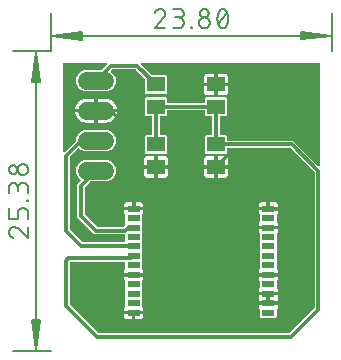
<source format=gbr>
G04 EAGLE Gerber RS-274X export*
G75*
%MOMM*%
%FSLAX34Y34*%
%LPD*%
%INTop Copper*%
%IPPOS*%
%AMOC8*
5,1,8,0,0,1.08239X$1,22.5*%
G01*
%ADD10C,0.130000*%
%ADD11C,0.152400*%
%ADD12R,1.100000X0.600000*%
%ADD13C,1.524000*%
%ADD14R,1.500000X1.300000*%
%ADD15C,0.304800*%

G36*
X201712Y116347D02*
X201712Y116347D01*
X201803Y116355D01*
X201833Y116367D01*
X201865Y116372D01*
X201945Y116415D01*
X202029Y116451D01*
X202061Y116477D01*
X202082Y116488D01*
X202104Y116511D01*
X202160Y116556D01*
X223044Y137440D01*
X223097Y137514D01*
X223157Y137583D01*
X223169Y137613D01*
X223188Y137640D01*
X223215Y137727D01*
X223249Y137811D01*
X223253Y137852D01*
X223260Y137875D01*
X223259Y137907D01*
X223267Y137978D01*
X223267Y252422D01*
X223253Y252512D01*
X223245Y252603D01*
X223233Y252633D01*
X223228Y252665D01*
X223185Y252745D01*
X223149Y252829D01*
X223123Y252861D01*
X223112Y252882D01*
X223089Y252904D01*
X223044Y252960D01*
X203076Y272928D01*
X203002Y272981D01*
X202933Y273041D01*
X202903Y273053D01*
X202876Y273072D01*
X202789Y273099D01*
X202705Y273133D01*
X202664Y273137D01*
X202641Y273144D01*
X202609Y273143D01*
X202538Y273151D01*
X149486Y273151D01*
X149466Y273148D01*
X149447Y273150D01*
X149345Y273128D01*
X149243Y273112D01*
X149226Y273102D01*
X149206Y273098D01*
X149117Y273045D01*
X149026Y272996D01*
X149012Y272982D01*
X148995Y272972D01*
X148928Y272893D01*
X148856Y272818D01*
X148848Y272800D01*
X148835Y272785D01*
X148796Y272689D01*
X148753Y272595D01*
X148751Y272575D01*
X148743Y272557D01*
X148725Y272390D01*
X148725Y269068D01*
X147832Y268175D01*
X131568Y268175D01*
X130675Y269068D01*
X130675Y283332D01*
X131568Y284225D01*
X135890Y284225D01*
X135910Y284228D01*
X135929Y284226D01*
X136031Y284248D01*
X136133Y284264D01*
X136150Y284274D01*
X136170Y284278D01*
X136259Y284331D01*
X136350Y284380D01*
X136364Y284394D01*
X136381Y284404D01*
X136448Y284483D01*
X136520Y284558D01*
X136528Y284576D01*
X136541Y284591D01*
X136580Y284687D01*
X136623Y284781D01*
X136625Y284801D01*
X136633Y284819D01*
X136651Y284986D01*
X136651Y299214D01*
X136648Y299234D01*
X136650Y299253D01*
X136628Y299355D01*
X136612Y299457D01*
X136602Y299474D01*
X136598Y299494D01*
X136545Y299583D01*
X136496Y299674D01*
X136482Y299688D01*
X136472Y299705D01*
X136393Y299772D01*
X136318Y299844D01*
X136300Y299852D01*
X136285Y299865D01*
X136189Y299904D01*
X136095Y299947D01*
X136075Y299949D01*
X136057Y299957D01*
X135890Y299975D01*
X131568Y299975D01*
X130675Y300868D01*
X130675Y304190D01*
X130672Y304210D01*
X130674Y304229D01*
X130652Y304331D01*
X130636Y304433D01*
X130626Y304450D01*
X130622Y304470D01*
X130569Y304559D01*
X130520Y304650D01*
X130506Y304664D01*
X130496Y304681D01*
X130417Y304748D01*
X130342Y304820D01*
X130324Y304828D01*
X130309Y304841D01*
X130213Y304880D01*
X130119Y304923D01*
X130099Y304925D01*
X130081Y304933D01*
X129914Y304951D01*
X98686Y304951D01*
X98666Y304948D01*
X98647Y304950D01*
X98545Y304928D01*
X98443Y304912D01*
X98426Y304902D01*
X98406Y304898D01*
X98317Y304845D01*
X98226Y304796D01*
X98212Y304782D01*
X98195Y304772D01*
X98128Y304693D01*
X98056Y304618D01*
X98048Y304600D01*
X98035Y304585D01*
X97996Y304489D01*
X97953Y304395D01*
X97951Y304375D01*
X97943Y304357D01*
X97925Y304190D01*
X97925Y300868D01*
X97032Y299975D01*
X92710Y299975D01*
X92690Y299972D01*
X92671Y299974D01*
X92569Y299952D01*
X92467Y299936D01*
X92450Y299926D01*
X92430Y299922D01*
X92341Y299869D01*
X92250Y299820D01*
X92236Y299806D01*
X92219Y299796D01*
X92152Y299717D01*
X92080Y299642D01*
X92072Y299624D01*
X92059Y299609D01*
X92020Y299513D01*
X91977Y299419D01*
X91975Y299399D01*
X91967Y299381D01*
X91949Y299214D01*
X91949Y284986D01*
X91952Y284966D01*
X91950Y284947D01*
X91972Y284845D01*
X91988Y284743D01*
X91998Y284726D01*
X92002Y284706D01*
X92055Y284617D01*
X92104Y284526D01*
X92118Y284512D01*
X92128Y284495D01*
X92207Y284428D01*
X92282Y284356D01*
X92300Y284348D01*
X92315Y284335D01*
X92411Y284296D01*
X92505Y284253D01*
X92525Y284251D01*
X92543Y284243D01*
X92710Y284225D01*
X97032Y284225D01*
X97925Y283332D01*
X97925Y269068D01*
X97032Y268175D01*
X80768Y268175D01*
X79875Y269068D01*
X79875Y283332D01*
X80768Y284225D01*
X85090Y284225D01*
X85110Y284228D01*
X85129Y284226D01*
X85231Y284248D01*
X85333Y284264D01*
X85350Y284274D01*
X85370Y284278D01*
X85459Y284331D01*
X85550Y284380D01*
X85564Y284394D01*
X85581Y284404D01*
X85648Y284483D01*
X85720Y284558D01*
X85728Y284576D01*
X85741Y284591D01*
X85780Y284687D01*
X85823Y284781D01*
X85825Y284801D01*
X85833Y284819D01*
X85851Y284986D01*
X85851Y299214D01*
X85848Y299234D01*
X85850Y299253D01*
X85828Y299355D01*
X85812Y299457D01*
X85802Y299474D01*
X85798Y299494D01*
X85745Y299583D01*
X85696Y299674D01*
X85682Y299688D01*
X85672Y299705D01*
X85593Y299772D01*
X85518Y299844D01*
X85500Y299852D01*
X85485Y299865D01*
X85389Y299904D01*
X85295Y299947D01*
X85275Y299949D01*
X85257Y299957D01*
X85090Y299975D01*
X80768Y299975D01*
X79875Y300868D01*
X79875Y315132D01*
X80768Y316025D01*
X97032Y316025D01*
X97925Y315132D01*
X97925Y311810D01*
X97928Y311790D01*
X97926Y311771D01*
X97948Y311669D01*
X97964Y311567D01*
X97974Y311550D01*
X97978Y311530D01*
X98031Y311441D01*
X98080Y311350D01*
X98094Y311336D01*
X98104Y311319D01*
X98183Y311252D01*
X98258Y311180D01*
X98276Y311172D01*
X98291Y311159D01*
X98387Y311120D01*
X98481Y311077D01*
X98501Y311075D01*
X98519Y311067D01*
X98686Y311049D01*
X129914Y311049D01*
X129934Y311052D01*
X129953Y311050D01*
X130055Y311072D01*
X130157Y311088D01*
X130174Y311098D01*
X130194Y311102D01*
X130283Y311155D01*
X130374Y311204D01*
X130388Y311218D01*
X130405Y311228D01*
X130472Y311307D01*
X130544Y311382D01*
X130552Y311400D01*
X130565Y311415D01*
X130604Y311511D01*
X130647Y311605D01*
X130649Y311625D01*
X130657Y311643D01*
X130675Y311810D01*
X130675Y315132D01*
X131568Y316025D01*
X147832Y316025D01*
X148725Y315132D01*
X148725Y300868D01*
X147832Y299975D01*
X143510Y299975D01*
X143490Y299972D01*
X143471Y299974D01*
X143369Y299952D01*
X143267Y299936D01*
X143250Y299926D01*
X143230Y299922D01*
X143141Y299869D01*
X143050Y299820D01*
X143036Y299806D01*
X143019Y299796D01*
X142952Y299717D01*
X142880Y299642D01*
X142872Y299624D01*
X142859Y299609D01*
X142820Y299513D01*
X142777Y299419D01*
X142775Y299399D01*
X142767Y299381D01*
X142749Y299214D01*
X142749Y284986D01*
X142752Y284966D01*
X142750Y284947D01*
X142772Y284845D01*
X142788Y284743D01*
X142798Y284726D01*
X142802Y284706D01*
X142855Y284617D01*
X142904Y284526D01*
X142918Y284512D01*
X142928Y284495D01*
X143007Y284428D01*
X143082Y284356D01*
X143100Y284348D01*
X143115Y284335D01*
X143211Y284296D01*
X143305Y284253D01*
X143325Y284251D01*
X143343Y284243D01*
X143510Y284225D01*
X147832Y284225D01*
X148725Y283332D01*
X148725Y280010D01*
X148728Y279990D01*
X148726Y279971D01*
X148748Y279869D01*
X148764Y279767D01*
X148774Y279750D01*
X148778Y279730D01*
X148831Y279641D01*
X148880Y279550D01*
X148894Y279536D01*
X148904Y279519D01*
X148983Y279452D01*
X149058Y279380D01*
X149076Y279372D01*
X149091Y279359D01*
X149187Y279320D01*
X149281Y279277D01*
X149301Y279275D01*
X149319Y279267D01*
X149486Y279249D01*
X205379Y279249D01*
X226540Y258088D01*
X226598Y258046D01*
X226650Y257997D01*
X226697Y257975D01*
X226739Y257944D01*
X226808Y257923D01*
X226873Y257893D01*
X226925Y257887D01*
X226975Y257872D01*
X227046Y257874D01*
X227117Y257866D01*
X227168Y257877D01*
X227220Y257878D01*
X227288Y257903D01*
X227358Y257918D01*
X227403Y257945D01*
X227451Y257963D01*
X227507Y258008D01*
X227569Y258044D01*
X227603Y258084D01*
X227643Y258116D01*
X227682Y258177D01*
X227729Y258231D01*
X227748Y258280D01*
X227776Y258323D01*
X227794Y258393D01*
X227821Y258459D01*
X227829Y258531D01*
X227837Y258562D01*
X227835Y258585D01*
X227839Y258626D01*
X227839Y344573D01*
X227836Y344593D01*
X227838Y344613D01*
X227816Y344714D01*
X227800Y344816D01*
X227790Y344834D01*
X227786Y344854D01*
X227733Y344942D01*
X227684Y345034D01*
X227670Y345047D01*
X227660Y345065D01*
X227581Y345132D01*
X227506Y345203D01*
X227488Y345211D01*
X227473Y345224D01*
X227377Y345263D01*
X227283Y345307D01*
X227263Y345309D01*
X227244Y345316D01*
X227078Y345335D01*
X76779Y345270D01*
X76708Y345259D01*
X76636Y345257D01*
X76587Y345239D01*
X76536Y345231D01*
X76473Y345197D01*
X76405Y345173D01*
X76365Y345140D01*
X76319Y345115D01*
X76269Y345064D01*
X76213Y345019D01*
X76185Y344975D01*
X76149Y344937D01*
X76119Y344872D01*
X76080Y344812D01*
X76068Y344761D01*
X76046Y344714D01*
X76038Y344643D01*
X76020Y344573D01*
X76024Y344521D01*
X76019Y344469D01*
X76034Y344399D01*
X76040Y344328D01*
X76060Y344280D01*
X76071Y344229D01*
X76108Y344168D01*
X76136Y344102D01*
X76181Y344046D01*
X76197Y344018D01*
X76215Y344003D01*
X76241Y343971D01*
X84964Y335248D01*
X85038Y335195D01*
X85107Y335135D01*
X85137Y335123D01*
X85164Y335104D01*
X85251Y335077D01*
X85335Y335043D01*
X85376Y335039D01*
X85399Y335032D01*
X85431Y335033D01*
X85502Y335025D01*
X97032Y335025D01*
X97925Y334132D01*
X97925Y319868D01*
X97032Y318975D01*
X80768Y318975D01*
X79875Y319868D01*
X79875Y331398D01*
X79861Y331488D01*
X79853Y331579D01*
X79841Y331609D01*
X79836Y331641D01*
X79793Y331721D01*
X79757Y331805D01*
X79731Y331837D01*
X79720Y331858D01*
X79697Y331880D01*
X79652Y331936D01*
X71960Y339628D01*
X71886Y339681D01*
X71817Y339741D01*
X71787Y339753D01*
X71760Y339772D01*
X71673Y339799D01*
X71589Y339833D01*
X71548Y339837D01*
X71525Y339844D01*
X71493Y339843D01*
X71422Y339851D01*
X52378Y339851D01*
X52288Y339837D01*
X52197Y339829D01*
X52167Y339817D01*
X52135Y339812D01*
X52055Y339769D01*
X51971Y339733D01*
X51939Y339707D01*
X51918Y339696D01*
X51896Y339673D01*
X51840Y339628D01*
X51070Y338859D01*
X51059Y338843D01*
X51043Y338830D01*
X50987Y338743D01*
X50927Y338659D01*
X50921Y338640D01*
X50910Y338623D01*
X50885Y338523D01*
X50854Y338424D01*
X50855Y338404D01*
X50850Y338385D01*
X50858Y338282D01*
X50861Y338178D01*
X50868Y338159D01*
X50869Y338140D01*
X50910Y338045D01*
X50945Y337947D01*
X50958Y337931D01*
X50966Y337913D01*
X51070Y337782D01*
X53473Y335380D01*
X54865Y332019D01*
X54865Y328381D01*
X53473Y325020D01*
X50900Y322447D01*
X47539Y321055D01*
X28661Y321055D01*
X25300Y322447D01*
X22727Y325020D01*
X21335Y328381D01*
X21335Y332019D01*
X22727Y335380D01*
X25300Y337953D01*
X28661Y339345D01*
X42618Y339345D01*
X42708Y339359D01*
X42799Y339367D01*
X42829Y339379D01*
X42861Y339384D01*
X42941Y339427D01*
X43025Y339463D01*
X43057Y339489D01*
X43078Y339500D01*
X43100Y339523D01*
X43156Y339568D01*
X47528Y343939D01*
X47546Y343958D01*
X47588Y344016D01*
X47638Y344069D01*
X47660Y344115D01*
X47690Y344157D01*
X47711Y344226D01*
X47742Y344292D01*
X47747Y344343D01*
X47762Y344392D01*
X47761Y344464D01*
X47769Y344536D01*
X47758Y344587D01*
X47756Y344638D01*
X47732Y344706D01*
X47716Y344777D01*
X47690Y344821D01*
X47672Y344869D01*
X47627Y344926D01*
X47590Y344988D01*
X47551Y345021D01*
X47518Y345062D01*
X47458Y345101D01*
X47403Y345147D01*
X47355Y345167D01*
X47312Y345195D01*
X47242Y345212D01*
X47175Y345239D01*
X47104Y345247D01*
X47073Y345255D01*
X47050Y345253D01*
X47008Y345258D01*
X10922Y345242D01*
X10902Y345239D01*
X10883Y345241D01*
X10781Y345219D01*
X10679Y345202D01*
X10662Y345193D01*
X10642Y345189D01*
X10553Y345136D01*
X10462Y345087D01*
X10448Y345073D01*
X10431Y345063D01*
X10364Y344984D01*
X10292Y344909D01*
X10284Y344891D01*
X10271Y344876D01*
X10232Y344780D01*
X10189Y344686D01*
X10187Y344666D01*
X10179Y344648D01*
X10161Y344481D01*
X10161Y270310D01*
X10172Y270239D01*
X10174Y270168D01*
X10192Y270119D01*
X10200Y270067D01*
X10234Y270004D01*
X10259Y269937D01*
X10291Y269896D01*
X10316Y269850D01*
X10367Y269801D01*
X10412Y269745D01*
X10456Y269716D01*
X10494Y269681D01*
X10559Y269650D01*
X10619Y269612D01*
X10670Y269599D01*
X10717Y269577D01*
X10788Y269569D01*
X10858Y269552D01*
X10910Y269556D01*
X10961Y269550D01*
X11032Y269565D01*
X11103Y269571D01*
X11151Y269591D01*
X11202Y269602D01*
X11263Y269639D01*
X11329Y269667D01*
X11385Y269712D01*
X11413Y269728D01*
X11428Y269746D01*
X11460Y269772D01*
X11660Y269972D01*
X21112Y279424D01*
X21165Y279498D01*
X21225Y279567D01*
X21237Y279597D01*
X21256Y279624D01*
X21283Y279711D01*
X21317Y279795D01*
X21321Y279836D01*
X21328Y279859D01*
X21327Y279891D01*
X21335Y279962D01*
X21335Y281219D01*
X22727Y284580D01*
X25300Y287153D01*
X28661Y288545D01*
X47539Y288545D01*
X50900Y287153D01*
X53473Y284580D01*
X54865Y281219D01*
X54865Y277581D01*
X53473Y274220D01*
X50900Y271647D01*
X47539Y270255D01*
X28661Y270255D01*
X25300Y271647D01*
X24168Y272780D01*
X24152Y272791D01*
X24139Y272807D01*
X24052Y272863D01*
X23968Y272923D01*
X23949Y272929D01*
X23932Y272940D01*
X23832Y272965D01*
X23733Y272996D01*
X23713Y272995D01*
X23694Y273000D01*
X23591Y272992D01*
X23487Y272989D01*
X23468Y272982D01*
X23448Y272981D01*
X23354Y272940D01*
X23256Y272905D01*
X23240Y272892D01*
X23222Y272884D01*
X23091Y272780D01*
X15972Y265660D01*
X15919Y265586D01*
X15859Y265517D01*
X15847Y265487D01*
X15828Y265460D01*
X15801Y265373D01*
X15767Y265289D01*
X15763Y265248D01*
X15756Y265225D01*
X15757Y265193D01*
X15749Y265122D01*
X15749Y204778D01*
X15763Y204688D01*
X15771Y204597D01*
X15783Y204567D01*
X15788Y204535D01*
X15831Y204455D01*
X15867Y204371D01*
X15893Y204339D01*
X15904Y204318D01*
X15927Y204296D01*
X15972Y204240D01*
X26440Y193772D01*
X26514Y193719D01*
X26583Y193659D01*
X26613Y193647D01*
X26640Y193628D01*
X26727Y193601D01*
X26811Y193567D01*
X26852Y193563D01*
X26875Y193556D01*
X26907Y193557D01*
X26978Y193549D01*
X62214Y193549D01*
X62234Y193552D01*
X62253Y193550D01*
X62355Y193572D01*
X62457Y193588D01*
X62474Y193598D01*
X62494Y193602D01*
X62583Y193655D01*
X62674Y193704D01*
X62688Y193718D01*
X62705Y193728D01*
X62772Y193807D01*
X62844Y193882D01*
X62852Y193900D01*
X62865Y193915D01*
X62904Y194011D01*
X62947Y194105D01*
X62949Y194125D01*
X62957Y194143D01*
X62975Y194310D01*
X62975Y199390D01*
X62972Y199410D01*
X62974Y199429D01*
X62952Y199531D01*
X62936Y199633D01*
X62926Y199650D01*
X62922Y199670D01*
X62869Y199759D01*
X62820Y199850D01*
X62806Y199864D01*
X62796Y199881D01*
X62717Y199948D01*
X62642Y200020D01*
X62624Y200028D01*
X62609Y200041D01*
X62513Y200080D01*
X62419Y200123D01*
X62399Y200125D01*
X62381Y200133D01*
X62214Y200151D01*
X36837Y200151D01*
X34828Y202160D01*
X22351Y214637D01*
X22351Y242563D01*
X25130Y245341D01*
X25141Y245357D01*
X25157Y245370D01*
X25213Y245457D01*
X25273Y245541D01*
X25279Y245560D01*
X25290Y245577D01*
X25315Y245677D01*
X25346Y245776D01*
X25345Y245796D01*
X25350Y245815D01*
X25342Y245918D01*
X25339Y246022D01*
X25332Y246041D01*
X25331Y246060D01*
X25290Y246155D01*
X25255Y246253D01*
X25242Y246269D01*
X25234Y246287D01*
X25130Y246418D01*
X22727Y248820D01*
X21335Y252181D01*
X21335Y255819D01*
X22727Y259180D01*
X25300Y261753D01*
X28661Y263145D01*
X47539Y263145D01*
X50900Y261753D01*
X53473Y259180D01*
X54865Y255819D01*
X54865Y252181D01*
X53473Y248820D01*
X50900Y246247D01*
X47539Y244855D01*
X33582Y244855D01*
X33492Y244841D01*
X33401Y244833D01*
X33371Y244821D01*
X33339Y244816D01*
X33259Y244773D01*
X33175Y244737D01*
X33143Y244711D01*
X33122Y244700D01*
X33100Y244677D01*
X33044Y244632D01*
X28672Y240260D01*
X28619Y240186D01*
X28559Y240117D01*
X28547Y240087D01*
X28528Y240060D01*
X28501Y239973D01*
X28467Y239889D01*
X28463Y239848D01*
X28456Y239825D01*
X28457Y239793D01*
X28449Y239722D01*
X28449Y217478D01*
X28463Y217388D01*
X28471Y217297D01*
X28483Y217267D01*
X28488Y217235D01*
X28531Y217155D01*
X28567Y217071D01*
X28593Y217039D01*
X28604Y217018D01*
X28627Y216996D01*
X28672Y216940D01*
X39140Y206472D01*
X39214Y206419D01*
X39283Y206359D01*
X39313Y206347D01*
X39340Y206328D01*
X39427Y206301D01*
X39511Y206267D01*
X39552Y206263D01*
X39575Y206256D01*
X39607Y206257D01*
X39678Y206249D01*
X61011Y206249D01*
X61101Y206263D01*
X61192Y206271D01*
X61222Y206283D01*
X61254Y206288D01*
X61335Y206331D01*
X61419Y206367D01*
X61451Y206393D01*
X61471Y206404D01*
X61494Y206427D01*
X61550Y206472D01*
X62752Y207674D01*
X62805Y207748D01*
X62865Y207818D01*
X62877Y207848D01*
X62896Y207874D01*
X62923Y207961D01*
X62957Y208046D01*
X62961Y208087D01*
X62968Y208109D01*
X62967Y208141D01*
X62975Y208213D01*
X62975Y209536D01*
X62991Y209598D01*
X63021Y209697D01*
X63021Y209717D01*
X63026Y209736D01*
X63018Y209839D01*
X63015Y209942D01*
X63008Y209961D01*
X63007Y209981D01*
X62975Y210055D01*
X62975Y216416D01*
X62961Y216506D01*
X62953Y216597D01*
X62941Y216627D01*
X62936Y216659D01*
X62893Y216740D01*
X62857Y216824D01*
X62831Y216856D01*
X62820Y216876D01*
X62797Y216899D01*
X62752Y216955D01*
X62467Y217240D01*
X62132Y217819D01*
X61959Y218466D01*
X61959Y220301D01*
X69262Y220301D01*
X69281Y220304D01*
X69301Y220302D01*
X69403Y220324D01*
X69505Y220340D01*
X69522Y220350D01*
X69542Y220354D01*
X69631Y220407D01*
X69722Y220456D01*
X69736Y220470D01*
X69753Y220480D01*
X69820Y220559D01*
X69891Y220634D01*
X69900Y220652D01*
X69913Y220667D01*
X69951Y220763D01*
X69995Y220857D01*
X69997Y220877D01*
X70004Y220895D01*
X70017Y220819D01*
X70026Y220802D01*
X70030Y220782D01*
X70083Y220693D01*
X70132Y220602D01*
X70146Y220588D01*
X70156Y220571D01*
X70235Y220504D01*
X70310Y220432D01*
X70328Y220424D01*
X70343Y220411D01*
X70440Y220372D01*
X70533Y220329D01*
X70553Y220327D01*
X70571Y220319D01*
X70738Y220301D01*
X78041Y220301D01*
X78041Y218466D01*
X77868Y217819D01*
X77533Y217240D01*
X77248Y216955D01*
X77195Y216881D01*
X77135Y216811D01*
X77123Y216781D01*
X77104Y216755D01*
X77077Y216668D01*
X77043Y216583D01*
X77039Y216542D01*
X77032Y216520D01*
X77033Y216488D01*
X77025Y216416D01*
X77025Y210064D01*
X77009Y210002D01*
X76979Y209904D01*
X76979Y209884D01*
X76974Y209864D01*
X76982Y209761D01*
X76985Y209658D01*
X76992Y209639D01*
X76993Y209619D01*
X77025Y209546D01*
X77025Y202064D01*
X77009Y202002D01*
X76979Y201904D01*
X76979Y201884D01*
X76974Y201864D01*
X76982Y201761D01*
X76985Y201658D01*
X76992Y201639D01*
X76993Y201619D01*
X77025Y201546D01*
X77025Y194064D01*
X77009Y194002D01*
X76979Y193904D01*
X76979Y193884D01*
X76974Y193864D01*
X76982Y193761D01*
X76985Y193658D01*
X76992Y193639D01*
X76993Y193619D01*
X77025Y193546D01*
X77025Y186064D01*
X77009Y186002D01*
X76979Y185904D01*
X76979Y185884D01*
X76974Y185864D01*
X76982Y185761D01*
X76985Y185658D01*
X76992Y185639D01*
X76993Y185619D01*
X77025Y185546D01*
X77025Y178064D01*
X77009Y178002D01*
X76979Y177904D01*
X76979Y177884D01*
X76974Y177864D01*
X76982Y177761D01*
X76985Y177658D01*
X76992Y177639D01*
X76993Y177619D01*
X77025Y177546D01*
X77025Y171184D01*
X77039Y171094D01*
X77047Y171003D01*
X77059Y170973D01*
X77064Y170941D01*
X77107Y170860D01*
X77143Y170776D01*
X77169Y170744D01*
X77180Y170724D01*
X77203Y170701D01*
X77248Y170645D01*
X77533Y170360D01*
X77868Y169781D01*
X78041Y169134D01*
X78041Y167299D01*
X70738Y167299D01*
X70719Y167296D01*
X70699Y167298D01*
X70597Y167276D01*
X70495Y167260D01*
X70478Y167250D01*
X70458Y167246D01*
X70369Y167193D01*
X70278Y167144D01*
X70264Y167130D01*
X70247Y167120D01*
X70180Y167041D01*
X70109Y166966D01*
X70100Y166948D01*
X70087Y166933D01*
X70049Y166837D01*
X70005Y166743D01*
X70003Y166723D01*
X69996Y166705D01*
X69983Y166781D01*
X69974Y166798D01*
X69970Y166818D01*
X69917Y166907D01*
X69868Y166998D01*
X69854Y167012D01*
X69844Y167029D01*
X69765Y167096D01*
X69690Y167168D01*
X69672Y167176D01*
X69657Y167189D01*
X69560Y167228D01*
X69467Y167271D01*
X69447Y167273D01*
X69429Y167281D01*
X69262Y167299D01*
X61959Y167299D01*
X61959Y169134D01*
X62132Y169781D01*
X62467Y170360D01*
X62752Y170645D01*
X62801Y170713D01*
X62803Y170715D01*
X62803Y170717D01*
X62805Y170719D01*
X62865Y170789D01*
X62877Y170819D01*
X62896Y170845D01*
X62923Y170932D01*
X62957Y171017D01*
X62961Y171058D01*
X62968Y171080D01*
X62967Y171112D01*
X62975Y171184D01*
X62975Y176038D01*
X62972Y176058D01*
X62974Y176077D01*
X62952Y176179D01*
X62936Y176281D01*
X62926Y176298D01*
X62922Y176318D01*
X62869Y176407D01*
X62820Y176498D01*
X62806Y176512D01*
X62796Y176529D01*
X62717Y176596D01*
X62642Y176668D01*
X62624Y176676D01*
X62609Y176689D01*
X62513Y176728D01*
X62419Y176771D01*
X62399Y176773D01*
X62381Y176781D01*
X62214Y176799D01*
X16510Y176799D01*
X16490Y176796D01*
X16471Y176798D01*
X16369Y176776D01*
X16267Y176760D01*
X16250Y176750D01*
X16230Y176746D01*
X16141Y176693D01*
X16050Y176644D01*
X16036Y176630D01*
X16019Y176620D01*
X15952Y176541D01*
X15880Y176466D01*
X15872Y176448D01*
X15859Y176433D01*
X15820Y176337D01*
X15777Y176243D01*
X15775Y176223D01*
X15767Y176205D01*
X15749Y176038D01*
X15749Y141278D01*
X15763Y141188D01*
X15771Y141097D01*
X15783Y141067D01*
X15788Y141035D01*
X15831Y140955D01*
X15867Y140871D01*
X15893Y140839D01*
X15904Y140818D01*
X15927Y140796D01*
X15972Y140740D01*
X40156Y116556D01*
X40230Y116503D01*
X40299Y116443D01*
X40329Y116431D01*
X40356Y116412D01*
X40443Y116385D01*
X40527Y116351D01*
X40568Y116347D01*
X40591Y116340D01*
X40623Y116341D01*
X40694Y116333D01*
X201622Y116333D01*
X201712Y116347D01*
G37*
%LPC*%
G36*
X183983Y166781D02*
X183983Y166781D01*
X183974Y166798D01*
X183970Y166818D01*
X183917Y166907D01*
X183868Y166998D01*
X183854Y167012D01*
X183844Y167029D01*
X183765Y167096D01*
X183690Y167168D01*
X183672Y167176D01*
X183657Y167189D01*
X183560Y167228D01*
X183467Y167271D01*
X183447Y167273D01*
X183429Y167281D01*
X183262Y167299D01*
X175959Y167299D01*
X175959Y169134D01*
X176132Y169781D01*
X176467Y170360D01*
X176752Y170645D01*
X176801Y170713D01*
X176803Y170715D01*
X176803Y170717D01*
X176805Y170719D01*
X176865Y170789D01*
X176877Y170819D01*
X176896Y170845D01*
X176923Y170932D01*
X176957Y171017D01*
X176961Y171058D01*
X176968Y171080D01*
X176967Y171112D01*
X176975Y171184D01*
X176975Y177536D01*
X176991Y177598D01*
X177021Y177696D01*
X177021Y177716D01*
X177026Y177736D01*
X177018Y177839D01*
X177015Y177942D01*
X177008Y177961D01*
X177007Y177981D01*
X176975Y178054D01*
X176975Y185536D01*
X176991Y185598D01*
X177021Y185696D01*
X177021Y185716D01*
X177026Y185736D01*
X177018Y185839D01*
X177015Y185942D01*
X177008Y185961D01*
X177007Y185981D01*
X176975Y186054D01*
X176975Y193536D01*
X176991Y193598D01*
X177021Y193696D01*
X177021Y193716D01*
X177026Y193736D01*
X177018Y193839D01*
X177015Y193942D01*
X177008Y193961D01*
X177007Y193981D01*
X176975Y194054D01*
X176975Y200416D01*
X176961Y200506D01*
X176953Y200597D01*
X176941Y200627D01*
X176936Y200659D01*
X176893Y200740D01*
X176857Y200824D01*
X176831Y200856D01*
X176820Y200876D01*
X176797Y200899D01*
X176752Y200955D01*
X176467Y201240D01*
X176132Y201819D01*
X175959Y202466D01*
X175959Y204301D01*
X183262Y204301D01*
X183281Y204304D01*
X183301Y204302D01*
X183403Y204324D01*
X183505Y204340D01*
X183522Y204350D01*
X183542Y204354D01*
X183631Y204407D01*
X183722Y204456D01*
X183736Y204470D01*
X183753Y204480D01*
X183820Y204559D01*
X183891Y204634D01*
X183900Y204652D01*
X183913Y204667D01*
X183951Y204763D01*
X183995Y204857D01*
X183997Y204877D01*
X184004Y204895D01*
X184017Y204819D01*
X184026Y204802D01*
X184030Y204782D01*
X184083Y204693D01*
X184132Y204602D01*
X184146Y204588D01*
X184156Y204571D01*
X184235Y204504D01*
X184310Y204432D01*
X184328Y204424D01*
X184343Y204411D01*
X184440Y204372D01*
X184533Y204329D01*
X184553Y204327D01*
X184571Y204319D01*
X184738Y204301D01*
X192041Y204301D01*
X192041Y202466D01*
X191868Y201819D01*
X191533Y201240D01*
X191248Y200955D01*
X191195Y200881D01*
X191135Y200811D01*
X191123Y200781D01*
X191104Y200755D01*
X191077Y200668D01*
X191043Y200583D01*
X191039Y200542D01*
X191032Y200520D01*
X191033Y200488D01*
X191025Y200416D01*
X191025Y194064D01*
X191009Y194002D01*
X190979Y193903D01*
X190979Y193883D01*
X190974Y193864D01*
X190982Y193761D01*
X190985Y193658D01*
X190992Y193639D01*
X190993Y193619D01*
X191025Y193545D01*
X191025Y186064D01*
X191009Y186002D01*
X190979Y185903D01*
X190979Y185883D01*
X190974Y185864D01*
X190982Y185761D01*
X190985Y185658D01*
X190992Y185639D01*
X190993Y185619D01*
X191025Y185545D01*
X191025Y178064D01*
X191009Y178002D01*
X190979Y177903D01*
X190979Y177883D01*
X190974Y177864D01*
X190982Y177761D01*
X190985Y177658D01*
X190992Y177639D01*
X190993Y177619D01*
X191025Y177545D01*
X191025Y171184D01*
X191039Y171094D01*
X191047Y171003D01*
X191059Y170973D01*
X191064Y170941D01*
X191107Y170860D01*
X191143Y170776D01*
X191169Y170744D01*
X191180Y170724D01*
X191203Y170701D01*
X191248Y170645D01*
X191533Y170360D01*
X191868Y169781D01*
X192041Y169134D01*
X192041Y167299D01*
X184738Y167299D01*
X184719Y167296D01*
X184699Y167298D01*
X184597Y167276D01*
X184495Y167260D01*
X184478Y167250D01*
X184458Y167246D01*
X184369Y167193D01*
X184278Y167144D01*
X184264Y167130D01*
X184247Y167120D01*
X184180Y167041D01*
X184109Y166966D01*
X184100Y166948D01*
X184087Y166933D01*
X184049Y166837D01*
X184005Y166743D01*
X184003Y166723D01*
X183996Y166705D01*
X183983Y166781D01*
G37*
%LPD*%
%LPC*%
G36*
X69983Y134781D02*
X69983Y134781D01*
X69974Y134798D01*
X69970Y134818D01*
X69917Y134907D01*
X69868Y134998D01*
X69854Y135012D01*
X69844Y135029D01*
X69765Y135096D01*
X69690Y135168D01*
X69672Y135176D01*
X69657Y135189D01*
X69560Y135228D01*
X69467Y135271D01*
X69447Y135273D01*
X69429Y135281D01*
X69262Y135299D01*
X61959Y135299D01*
X61959Y137134D01*
X62132Y137781D01*
X62467Y138360D01*
X62752Y138645D01*
X62796Y138707D01*
X62830Y138742D01*
X62836Y138755D01*
X62865Y138789D01*
X62877Y138819D01*
X62896Y138845D01*
X62923Y138932D01*
X62957Y139017D01*
X62961Y139058D01*
X62968Y139080D01*
X62967Y139112D01*
X62975Y139184D01*
X62975Y145536D01*
X62991Y145598D01*
X63021Y145697D01*
X63021Y145717D01*
X63026Y145736D01*
X63018Y145839D01*
X63015Y145942D01*
X63008Y145961D01*
X63007Y145981D01*
X62975Y146055D01*
X62975Y153536D01*
X62991Y153598D01*
X63021Y153697D01*
X63021Y153717D01*
X63026Y153736D01*
X63018Y153839D01*
X63015Y153942D01*
X63008Y153961D01*
X63007Y153981D01*
X62975Y154055D01*
X62975Y160416D01*
X62961Y160506D01*
X62953Y160597D01*
X62941Y160627D01*
X62936Y160659D01*
X62893Y160740D01*
X62857Y160824D01*
X62831Y160856D01*
X62820Y160876D01*
X62797Y160899D01*
X62752Y160955D01*
X62467Y161240D01*
X62132Y161819D01*
X61959Y162466D01*
X61959Y164301D01*
X69262Y164301D01*
X69281Y164304D01*
X69301Y164302D01*
X69403Y164324D01*
X69505Y164340D01*
X69522Y164350D01*
X69542Y164354D01*
X69631Y164407D01*
X69722Y164456D01*
X69736Y164470D01*
X69753Y164480D01*
X69820Y164559D01*
X69891Y164634D01*
X69900Y164652D01*
X69913Y164667D01*
X69951Y164763D01*
X69995Y164857D01*
X69997Y164877D01*
X70004Y164895D01*
X70017Y164819D01*
X70026Y164802D01*
X70030Y164782D01*
X70083Y164693D01*
X70132Y164602D01*
X70146Y164588D01*
X70156Y164571D01*
X70235Y164504D01*
X70310Y164432D01*
X70328Y164424D01*
X70343Y164411D01*
X70440Y164372D01*
X70533Y164329D01*
X70553Y164327D01*
X70571Y164319D01*
X70738Y164301D01*
X78041Y164301D01*
X78041Y162466D01*
X77868Y161819D01*
X77533Y161240D01*
X77248Y160955D01*
X77195Y160881D01*
X77135Y160811D01*
X77123Y160781D01*
X77104Y160755D01*
X77077Y160668D01*
X77043Y160583D01*
X77039Y160542D01*
X77032Y160520D01*
X77033Y160488D01*
X77025Y160416D01*
X77025Y154064D01*
X77009Y154002D01*
X76979Y153904D01*
X76979Y153884D01*
X76974Y153864D01*
X76982Y153761D01*
X76985Y153658D01*
X76992Y153639D01*
X76993Y153619D01*
X77025Y153546D01*
X77025Y146064D01*
X77009Y146002D01*
X76979Y145904D01*
X76979Y145884D01*
X76974Y145864D01*
X76982Y145761D01*
X76985Y145658D01*
X76992Y145639D01*
X76993Y145619D01*
X77025Y145546D01*
X77025Y139184D01*
X77039Y139094D01*
X77047Y139003D01*
X77059Y138973D01*
X77064Y138941D01*
X77107Y138860D01*
X77143Y138776D01*
X77169Y138744D01*
X77180Y138724D01*
X77203Y138701D01*
X77209Y138694D01*
X77218Y138679D01*
X77227Y138671D01*
X77248Y138645D01*
X77533Y138360D01*
X77868Y137781D01*
X78041Y137134D01*
X78041Y135299D01*
X70738Y135299D01*
X70719Y135296D01*
X70699Y135298D01*
X70597Y135276D01*
X70495Y135260D01*
X70478Y135250D01*
X70458Y135246D01*
X70369Y135193D01*
X70278Y135144D01*
X70264Y135130D01*
X70247Y135120D01*
X70180Y135041D01*
X70109Y134966D01*
X70100Y134948D01*
X70087Y134933D01*
X70049Y134837D01*
X70005Y134743D01*
X70003Y134723D01*
X69996Y134705D01*
X69983Y134781D01*
G37*
%LPD*%
%LPC*%
G36*
X183983Y206781D02*
X183983Y206781D01*
X183974Y206798D01*
X183970Y206818D01*
X183917Y206907D01*
X183868Y206998D01*
X183854Y207012D01*
X183844Y207029D01*
X183765Y207096D01*
X183690Y207168D01*
X183672Y207176D01*
X183657Y207189D01*
X183560Y207228D01*
X183467Y207271D01*
X183447Y207273D01*
X183429Y207281D01*
X183262Y207299D01*
X175959Y207299D01*
X175959Y209134D01*
X176132Y209781D01*
X176467Y210360D01*
X176752Y210645D01*
X176805Y210719D01*
X176865Y210789D01*
X176877Y210819D01*
X176896Y210845D01*
X176923Y210932D01*
X176957Y211017D01*
X176961Y211058D01*
X176968Y211080D01*
X176967Y211112D01*
X176975Y211184D01*
X176975Y216416D01*
X176961Y216506D01*
X176953Y216597D01*
X176941Y216627D01*
X176936Y216659D01*
X176893Y216740D01*
X176857Y216824D01*
X176831Y216856D01*
X176820Y216876D01*
X176797Y216899D01*
X176752Y216955D01*
X176467Y217240D01*
X176132Y217819D01*
X175959Y218466D01*
X175959Y220301D01*
X183262Y220301D01*
X183281Y220304D01*
X183301Y220302D01*
X183403Y220324D01*
X183505Y220340D01*
X183522Y220350D01*
X183542Y220354D01*
X183631Y220407D01*
X183722Y220456D01*
X183736Y220470D01*
X183753Y220480D01*
X183820Y220559D01*
X183891Y220634D01*
X183900Y220652D01*
X183913Y220667D01*
X183951Y220763D01*
X183995Y220857D01*
X183997Y220877D01*
X184004Y220895D01*
X184017Y220819D01*
X184026Y220802D01*
X184030Y220782D01*
X184083Y220693D01*
X184132Y220602D01*
X184146Y220588D01*
X184156Y220571D01*
X184235Y220504D01*
X184310Y220432D01*
X184328Y220424D01*
X184343Y220411D01*
X184440Y220372D01*
X184533Y220329D01*
X184553Y220327D01*
X184571Y220319D01*
X184738Y220301D01*
X192041Y220301D01*
X192041Y218466D01*
X191868Y217819D01*
X191533Y217240D01*
X191248Y216955D01*
X191195Y216881D01*
X191135Y216811D01*
X191123Y216781D01*
X191104Y216755D01*
X191077Y216668D01*
X191043Y216583D01*
X191039Y216542D01*
X191032Y216520D01*
X191033Y216488D01*
X191025Y216416D01*
X191025Y211184D01*
X191039Y211094D01*
X191047Y211003D01*
X191059Y210973D01*
X191064Y210941D01*
X191107Y210860D01*
X191143Y210776D01*
X191169Y210744D01*
X191180Y210724D01*
X191203Y210701D01*
X191248Y210645D01*
X191533Y210360D01*
X191868Y209781D01*
X192041Y209134D01*
X192041Y207299D01*
X184738Y207299D01*
X184719Y207296D01*
X184699Y207298D01*
X184597Y207276D01*
X184495Y207260D01*
X184478Y207250D01*
X184458Y207246D01*
X184369Y207193D01*
X184278Y207144D01*
X184264Y207130D01*
X184247Y207120D01*
X184180Y207041D01*
X184109Y206966D01*
X184100Y206948D01*
X184087Y206933D01*
X184049Y206837D01*
X184005Y206743D01*
X184003Y206723D01*
X183996Y206705D01*
X183983Y206781D01*
G37*
%LPD*%
%LPC*%
G36*
X183983Y150781D02*
X183983Y150781D01*
X183974Y150798D01*
X183970Y150818D01*
X183917Y150907D01*
X183868Y150998D01*
X183854Y151012D01*
X183844Y151029D01*
X183765Y151096D01*
X183690Y151168D01*
X183672Y151176D01*
X183657Y151189D01*
X183560Y151228D01*
X183467Y151271D01*
X183447Y151273D01*
X183429Y151281D01*
X183262Y151299D01*
X175959Y151299D01*
X175959Y153134D01*
X176132Y153781D01*
X176467Y154360D01*
X176752Y154645D01*
X176798Y154710D01*
X176816Y154728D01*
X176820Y154736D01*
X176865Y154789D01*
X176877Y154819D01*
X176896Y154845D01*
X176923Y154932D01*
X176957Y155017D01*
X176961Y155058D01*
X176968Y155080D01*
X176967Y155112D01*
X176975Y155184D01*
X176975Y160416D01*
X176961Y160506D01*
X176953Y160597D01*
X176941Y160627D01*
X176936Y160659D01*
X176893Y160740D01*
X176857Y160824D01*
X176831Y160856D01*
X176820Y160876D01*
X176797Y160899D01*
X176752Y160955D01*
X176467Y161240D01*
X176132Y161819D01*
X175959Y162466D01*
X175959Y164301D01*
X183262Y164301D01*
X183281Y164304D01*
X183301Y164302D01*
X183403Y164324D01*
X183505Y164340D01*
X183522Y164350D01*
X183542Y164354D01*
X183631Y164407D01*
X183722Y164456D01*
X183736Y164470D01*
X183753Y164480D01*
X183820Y164559D01*
X183891Y164634D01*
X183900Y164652D01*
X183913Y164667D01*
X183951Y164763D01*
X183995Y164857D01*
X183997Y164877D01*
X184004Y164895D01*
X184017Y164819D01*
X184026Y164802D01*
X184030Y164782D01*
X184083Y164693D01*
X184132Y164602D01*
X184146Y164588D01*
X184156Y164571D01*
X184235Y164504D01*
X184310Y164432D01*
X184328Y164424D01*
X184343Y164411D01*
X184440Y164372D01*
X184533Y164329D01*
X184553Y164327D01*
X184571Y164319D01*
X184738Y164301D01*
X192041Y164301D01*
X192041Y162466D01*
X191868Y161819D01*
X191533Y161240D01*
X191248Y160955D01*
X191195Y160881D01*
X191135Y160811D01*
X191123Y160781D01*
X191104Y160755D01*
X191077Y160668D01*
X191043Y160583D01*
X191039Y160542D01*
X191032Y160520D01*
X191033Y160488D01*
X191025Y160416D01*
X191025Y155184D01*
X191039Y155094D01*
X191047Y155003D01*
X191059Y154973D01*
X191064Y154941D01*
X191107Y154860D01*
X191143Y154776D01*
X191169Y154744D01*
X191180Y154724D01*
X191203Y154701D01*
X191231Y154666D01*
X191232Y154665D01*
X191248Y154645D01*
X191533Y154360D01*
X191868Y153781D01*
X192041Y153134D01*
X192041Y151299D01*
X184738Y151299D01*
X184719Y151296D01*
X184699Y151298D01*
X184597Y151276D01*
X184495Y151260D01*
X184478Y151250D01*
X184458Y151246D01*
X184369Y151193D01*
X184278Y151144D01*
X184264Y151130D01*
X184247Y151120D01*
X184180Y151041D01*
X184109Y150966D01*
X184100Y150948D01*
X184087Y150933D01*
X184049Y150837D01*
X184005Y150743D01*
X184003Y150723D01*
X183996Y150705D01*
X183983Y150781D01*
G37*
%LPD*%
%LPC*%
G36*
X177868Y129275D02*
X177868Y129275D01*
X176975Y130168D01*
X176975Y136416D01*
X176961Y136506D01*
X176953Y136597D01*
X176941Y136627D01*
X176936Y136659D01*
X176893Y136740D01*
X176857Y136824D01*
X176831Y136856D01*
X176820Y136876D01*
X176797Y136899D01*
X176752Y136955D01*
X176467Y137240D01*
X176132Y137819D01*
X175959Y138466D01*
X175959Y140301D01*
X183262Y140301D01*
X183281Y140304D01*
X183301Y140302D01*
X183403Y140324D01*
X183505Y140340D01*
X183522Y140350D01*
X183542Y140354D01*
X183631Y140407D01*
X183722Y140456D01*
X183736Y140470D01*
X183753Y140480D01*
X183820Y140559D01*
X183891Y140634D01*
X183900Y140652D01*
X183913Y140667D01*
X183951Y140763D01*
X183995Y140857D01*
X183997Y140877D01*
X184004Y140895D01*
X184017Y140819D01*
X184026Y140802D01*
X184030Y140782D01*
X184083Y140693D01*
X184132Y140602D01*
X184146Y140588D01*
X184156Y140571D01*
X184235Y140504D01*
X184310Y140432D01*
X184328Y140424D01*
X184343Y140411D01*
X184440Y140372D01*
X184533Y140329D01*
X184553Y140327D01*
X184571Y140319D01*
X184738Y140301D01*
X192041Y140301D01*
X192041Y138466D01*
X191868Y137819D01*
X191533Y137240D01*
X191248Y136955D01*
X191195Y136881D01*
X191135Y136811D01*
X191123Y136781D01*
X191104Y136755D01*
X191077Y136668D01*
X191043Y136583D01*
X191039Y136542D01*
X191032Y136520D01*
X191033Y136488D01*
X191025Y136416D01*
X191025Y130168D01*
X190132Y129275D01*
X177868Y129275D01*
G37*
%LPD*%
%LPC*%
G36*
X39623Y306323D02*
X39623Y306323D01*
X39623Y314961D01*
X46520Y314961D01*
X48099Y314711D01*
X49620Y314216D01*
X51045Y313490D01*
X52339Y312550D01*
X53470Y311419D01*
X54410Y310125D01*
X55136Y308700D01*
X55631Y307179D01*
X55766Y306323D01*
X39623Y306323D01*
G37*
%LPD*%
%LPC*%
G36*
X20434Y306323D02*
X20434Y306323D01*
X20569Y307179D01*
X21064Y308700D01*
X21790Y310125D01*
X22730Y311419D01*
X23861Y312550D01*
X25155Y313490D01*
X26580Y314216D01*
X28101Y314711D01*
X29680Y314961D01*
X36577Y314961D01*
X36577Y306323D01*
X20434Y306323D01*
G37*
%LPD*%
%LPC*%
G36*
X39623Y294639D02*
X39623Y294639D01*
X39623Y303277D01*
X55766Y303277D01*
X55631Y302421D01*
X55136Y300900D01*
X54410Y299475D01*
X53470Y298181D01*
X52339Y297050D01*
X51045Y296110D01*
X49620Y295384D01*
X48099Y294889D01*
X46520Y294639D01*
X39623Y294639D01*
G37*
%LPD*%
%LPC*%
G36*
X29680Y294639D02*
X29680Y294639D01*
X28101Y294889D01*
X26580Y295384D01*
X25155Y296110D01*
X23861Y297050D01*
X22730Y298181D01*
X21790Y299475D01*
X21064Y300900D01*
X20569Y302421D01*
X20434Y303277D01*
X36577Y303277D01*
X36577Y294639D01*
X29680Y294639D01*
G37*
%LPD*%
%LPC*%
G36*
X141223Y328523D02*
X141223Y328523D01*
X141223Y336041D01*
X147534Y336041D01*
X148181Y335868D01*
X148760Y335533D01*
X149233Y335060D01*
X149568Y334481D01*
X149741Y333834D01*
X149741Y328523D01*
X141223Y328523D01*
G37*
%LPD*%
%LPC*%
G36*
X141223Y258723D02*
X141223Y258723D01*
X141223Y266241D01*
X147534Y266241D01*
X148181Y266068D01*
X148760Y265733D01*
X149233Y265260D01*
X149568Y264681D01*
X149741Y264034D01*
X149741Y258723D01*
X141223Y258723D01*
G37*
%LPD*%
%LPC*%
G36*
X90423Y258723D02*
X90423Y258723D01*
X90423Y266241D01*
X96734Y266241D01*
X97381Y266068D01*
X97960Y265733D01*
X98433Y265260D01*
X98768Y264681D01*
X98941Y264034D01*
X98941Y258723D01*
X90423Y258723D01*
G37*
%LPD*%
%LPC*%
G36*
X129659Y328523D02*
X129659Y328523D01*
X129659Y333834D01*
X129832Y334481D01*
X130167Y335060D01*
X130640Y335533D01*
X131219Y335868D01*
X131866Y336041D01*
X138177Y336041D01*
X138177Y328523D01*
X129659Y328523D01*
G37*
%LPD*%
%LPC*%
G36*
X129659Y258723D02*
X129659Y258723D01*
X129659Y264034D01*
X129832Y264681D01*
X130167Y265260D01*
X130640Y265733D01*
X131219Y266068D01*
X131866Y266241D01*
X138177Y266241D01*
X138177Y258723D01*
X129659Y258723D01*
G37*
%LPD*%
%LPC*%
G36*
X78859Y258723D02*
X78859Y258723D01*
X78859Y264034D01*
X79032Y264681D01*
X79367Y265260D01*
X79840Y265733D01*
X80419Y266068D01*
X81066Y266241D01*
X87377Y266241D01*
X87377Y258723D01*
X78859Y258723D01*
G37*
%LPD*%
%LPC*%
G36*
X141223Y317959D02*
X141223Y317959D01*
X141223Y325477D01*
X149741Y325477D01*
X149741Y320166D01*
X149568Y319519D01*
X149233Y318940D01*
X148760Y318467D01*
X148181Y318132D01*
X147534Y317959D01*
X141223Y317959D01*
G37*
%LPD*%
%LPC*%
G36*
X90423Y248159D02*
X90423Y248159D01*
X90423Y255677D01*
X98941Y255677D01*
X98941Y250366D01*
X98768Y249719D01*
X98433Y249140D01*
X97960Y248667D01*
X97381Y248332D01*
X96734Y248159D01*
X90423Y248159D01*
G37*
%LPD*%
%LPC*%
G36*
X141223Y248159D02*
X141223Y248159D01*
X141223Y255677D01*
X149741Y255677D01*
X149741Y250366D01*
X149568Y249719D01*
X149233Y249140D01*
X148760Y248667D01*
X148181Y248332D01*
X147534Y248159D01*
X141223Y248159D01*
G37*
%LPD*%
%LPC*%
G36*
X81066Y248159D02*
X81066Y248159D01*
X80419Y248332D01*
X79840Y248667D01*
X79367Y249140D01*
X79032Y249719D01*
X78859Y250366D01*
X78859Y255677D01*
X87377Y255677D01*
X87377Y248159D01*
X81066Y248159D01*
G37*
%LPD*%
%LPC*%
G36*
X131866Y248159D02*
X131866Y248159D01*
X131219Y248332D01*
X130640Y248667D01*
X130167Y249140D01*
X129832Y249719D01*
X129659Y250366D01*
X129659Y255677D01*
X138177Y255677D01*
X138177Y248159D01*
X131866Y248159D01*
G37*
%LPD*%
%LPC*%
G36*
X131866Y317959D02*
X131866Y317959D01*
X131219Y318132D01*
X130640Y318467D01*
X130167Y318940D01*
X129832Y319519D01*
X129659Y320166D01*
X129659Y325477D01*
X138177Y325477D01*
X138177Y317959D01*
X131866Y317959D01*
G37*
%LPD*%
%LPC*%
G36*
X185499Y143299D02*
X185499Y143299D01*
X185499Y148301D01*
X192041Y148301D01*
X192041Y146466D01*
X191915Y145997D01*
X191904Y145882D01*
X191890Y145769D01*
X191891Y145759D01*
X191891Y145752D01*
X191896Y145731D01*
X191915Y145603D01*
X192041Y145134D01*
X192041Y143299D01*
X185499Y143299D01*
G37*
%LPD*%
%LPC*%
G36*
X175959Y143299D02*
X175959Y143299D01*
X175959Y145134D01*
X176085Y145603D01*
X176096Y145718D01*
X176110Y145831D01*
X176109Y145841D01*
X176109Y145848D01*
X176104Y145869D01*
X176085Y145997D01*
X175959Y146466D01*
X175959Y148301D01*
X182501Y148301D01*
X182501Y143299D01*
X175959Y143299D01*
G37*
%LPD*%
%LPC*%
G36*
X71499Y223299D02*
X71499Y223299D01*
X71499Y227341D01*
X75834Y227341D01*
X76481Y227168D01*
X77060Y226833D01*
X77533Y226360D01*
X77868Y225781D01*
X78041Y225134D01*
X78041Y223299D01*
X71499Y223299D01*
G37*
%LPD*%
%LPC*%
G36*
X185499Y223299D02*
X185499Y223299D01*
X185499Y227341D01*
X189834Y227341D01*
X190481Y227168D01*
X191060Y226833D01*
X191533Y226360D01*
X191868Y225781D01*
X192041Y225134D01*
X192041Y223299D01*
X185499Y223299D01*
G37*
%LPD*%
%LPC*%
G36*
X61959Y223299D02*
X61959Y223299D01*
X61959Y225134D01*
X62132Y225781D01*
X62467Y226360D01*
X62940Y226833D01*
X63519Y227168D01*
X64166Y227341D01*
X68501Y227341D01*
X68501Y223299D01*
X61959Y223299D01*
G37*
%LPD*%
%LPC*%
G36*
X175959Y223299D02*
X175959Y223299D01*
X175959Y225134D01*
X176132Y225781D01*
X176467Y226360D01*
X176940Y226833D01*
X177519Y227168D01*
X178166Y227341D01*
X182501Y227341D01*
X182501Y223299D01*
X175959Y223299D01*
G37*
%LPD*%
%LPC*%
G36*
X71499Y128259D02*
X71499Y128259D01*
X71499Y132301D01*
X78041Y132301D01*
X78041Y130466D01*
X77868Y129819D01*
X77533Y129240D01*
X77060Y128767D01*
X76481Y128432D01*
X75834Y128259D01*
X71499Y128259D01*
G37*
%LPD*%
%LPC*%
G36*
X64166Y128259D02*
X64166Y128259D01*
X63519Y128432D01*
X62940Y128767D01*
X62467Y129240D01*
X62132Y129819D01*
X61959Y130466D01*
X61959Y132301D01*
X68501Y132301D01*
X68501Y128259D01*
X64166Y128259D01*
G37*
%LPD*%
%LPC*%
G36*
X38099Y304799D02*
X38099Y304799D01*
X38099Y304801D01*
X38101Y304801D01*
X38101Y304799D01*
X38099Y304799D01*
G37*
%LPD*%
%LPC*%
G36*
X88899Y257199D02*
X88899Y257199D01*
X88899Y257201D01*
X88901Y257201D01*
X88901Y257199D01*
X88899Y257199D01*
G37*
%LPD*%
%LPC*%
G36*
X139699Y257199D02*
X139699Y257199D01*
X139699Y257201D01*
X139701Y257201D01*
X139701Y257199D01*
X139699Y257199D01*
G37*
%LPD*%
%LPC*%
G36*
X139699Y326999D02*
X139699Y326999D01*
X139699Y327001D01*
X139701Y327001D01*
X139701Y326999D01*
X139699Y326999D01*
G37*
%LPD*%
D10*
X0Y355398D02*
X-14Y387702D01*
X237986Y387804D02*
X238000Y355500D01*
X237345Y368304D02*
X645Y368203D01*
X25993Y371406D01*
X25996Y365021D01*
X645Y368203D01*
X25994Y369514D01*
X25995Y366914D02*
X645Y368203D01*
X25993Y370814D01*
X25996Y365614D02*
X645Y368203D01*
X211993Y371485D02*
X237345Y368304D01*
X211993Y371485D02*
X211996Y365101D01*
X237345Y368304D01*
X211994Y369593D01*
X211995Y366993D02*
X237345Y368304D01*
X211993Y370893D01*
X211996Y365693D02*
X237345Y368304D01*
D11*
X96875Y386939D02*
X96873Y387064D01*
X96867Y387189D01*
X96858Y387314D01*
X96844Y387438D01*
X96827Y387562D01*
X96806Y387686D01*
X96781Y387808D01*
X96752Y387930D01*
X96720Y388051D01*
X96684Y388171D01*
X96644Y388290D01*
X96601Y388407D01*
X96554Y388523D01*
X96503Y388638D01*
X96449Y388750D01*
X96391Y388862D01*
X96331Y388971D01*
X96266Y389078D01*
X96199Y389184D01*
X96128Y389287D01*
X96054Y389388D01*
X95977Y389487D01*
X95897Y389583D01*
X95814Y389677D01*
X95729Y389768D01*
X95640Y389857D01*
X95549Y389942D01*
X95455Y390025D01*
X95359Y390105D01*
X95260Y390182D01*
X95159Y390256D01*
X95056Y390327D01*
X94950Y390394D01*
X94843Y390459D01*
X94734Y390519D01*
X94622Y390577D01*
X94510Y390631D01*
X94395Y390682D01*
X94279Y390729D01*
X94162Y390772D01*
X94043Y390812D01*
X93923Y390848D01*
X93802Y390880D01*
X93680Y390909D01*
X93558Y390934D01*
X93434Y390955D01*
X93310Y390972D01*
X93186Y390986D01*
X93061Y390995D01*
X92936Y391001D01*
X92811Y391003D01*
X92811Y391002D02*
X92668Y391000D01*
X92526Y390994D01*
X92383Y390984D01*
X92241Y390971D01*
X92100Y390953D01*
X91958Y390932D01*
X91818Y390907D01*
X91678Y390878D01*
X91539Y390845D01*
X91401Y390808D01*
X91264Y390768D01*
X91129Y390724D01*
X90994Y390676D01*
X90861Y390624D01*
X90729Y390569D01*
X90599Y390510D01*
X90471Y390448D01*
X90344Y390382D01*
X90219Y390313D01*
X90096Y390241D01*
X89976Y390165D01*
X89857Y390086D01*
X89740Y390003D01*
X89626Y389918D01*
X89514Y389829D01*
X89405Y389738D01*
X89298Y389643D01*
X89193Y389546D01*
X89092Y389445D01*
X88993Y389342D01*
X88897Y389237D01*
X88804Y389128D01*
X88714Y389017D01*
X88627Y388904D01*
X88543Y388789D01*
X88463Y388671D01*
X88385Y388551D01*
X88311Y388429D01*
X88241Y388305D01*
X88173Y388179D01*
X88110Y388051D01*
X88049Y387922D01*
X87992Y387791D01*
X87939Y387659D01*
X87890Y387525D01*
X87844Y387390D01*
X95520Y383778D02*
X95614Y383870D01*
X95704Y383964D01*
X95792Y384061D01*
X95877Y384161D01*
X95959Y384263D01*
X96038Y384368D01*
X96113Y384475D01*
X96185Y384584D01*
X96254Y384695D01*
X96320Y384809D01*
X96382Y384924D01*
X96441Y385041D01*
X96496Y385160D01*
X96547Y385280D01*
X96595Y385402D01*
X96640Y385525D01*
X96680Y385649D01*
X96717Y385775D01*
X96750Y385902D01*
X96779Y386029D01*
X96805Y386158D01*
X96826Y386287D01*
X96844Y386417D01*
X96857Y386547D01*
X96867Y386677D01*
X96873Y386808D01*
X96875Y386939D01*
X95521Y383778D02*
X87844Y374747D01*
X96875Y374747D01*
X103475Y374747D02*
X107991Y374747D01*
X107991Y374746D02*
X108124Y374748D01*
X108256Y374754D01*
X108388Y374764D01*
X108520Y374777D01*
X108652Y374795D01*
X108782Y374816D01*
X108913Y374841D01*
X109042Y374870D01*
X109170Y374903D01*
X109298Y374939D01*
X109424Y374979D01*
X109549Y375023D01*
X109673Y375071D01*
X109795Y375122D01*
X109916Y375177D01*
X110035Y375235D01*
X110153Y375297D01*
X110268Y375362D01*
X110382Y375431D01*
X110493Y375502D01*
X110602Y375578D01*
X110709Y375656D01*
X110814Y375737D01*
X110916Y375822D01*
X111016Y375909D01*
X111113Y375999D01*
X111208Y376092D01*
X111299Y376188D01*
X111388Y376286D01*
X111474Y376387D01*
X111557Y376491D01*
X111637Y376597D01*
X111713Y376705D01*
X111787Y376815D01*
X111857Y376928D01*
X111924Y377042D01*
X111987Y377159D01*
X112047Y377277D01*
X112104Y377397D01*
X112157Y377519D01*
X112206Y377642D01*
X112252Y377766D01*
X112294Y377892D01*
X112332Y378019D01*
X112367Y378147D01*
X112398Y378276D01*
X112425Y378405D01*
X112448Y378536D01*
X112468Y378667D01*
X112483Y378799D01*
X112495Y378931D01*
X112503Y379063D01*
X112507Y379196D01*
X112507Y379328D01*
X112503Y379461D01*
X112495Y379593D01*
X112483Y379725D01*
X112468Y379857D01*
X112448Y379988D01*
X112425Y380119D01*
X112398Y380248D01*
X112367Y380377D01*
X112332Y380505D01*
X112294Y380632D01*
X112252Y380758D01*
X112206Y380882D01*
X112157Y381005D01*
X112104Y381127D01*
X112047Y381247D01*
X111987Y381365D01*
X111924Y381482D01*
X111857Y381596D01*
X111787Y381709D01*
X111713Y381819D01*
X111637Y381927D01*
X111557Y382033D01*
X111474Y382137D01*
X111388Y382238D01*
X111299Y382336D01*
X111208Y382432D01*
X111113Y382525D01*
X111016Y382615D01*
X110916Y382702D01*
X110814Y382787D01*
X110709Y382868D01*
X110602Y382946D01*
X110493Y383022D01*
X110382Y383093D01*
X110268Y383162D01*
X110153Y383227D01*
X110035Y383289D01*
X109916Y383347D01*
X109795Y383402D01*
X109673Y383453D01*
X109549Y383501D01*
X109424Y383545D01*
X109298Y383585D01*
X109170Y383621D01*
X109042Y383654D01*
X108913Y383683D01*
X108782Y383708D01*
X108652Y383729D01*
X108520Y383747D01*
X108388Y383760D01*
X108256Y383770D01*
X108124Y383776D01*
X107991Y383778D01*
X108894Y391003D02*
X103475Y391003D01*
X108894Y391002D02*
X109013Y391000D01*
X109133Y390994D01*
X109252Y390984D01*
X109370Y390970D01*
X109489Y390953D01*
X109606Y390931D01*
X109723Y390906D01*
X109838Y390876D01*
X109953Y390843D01*
X110067Y390806D01*
X110179Y390766D01*
X110290Y390721D01*
X110399Y390673D01*
X110507Y390622D01*
X110613Y390567D01*
X110717Y390508D01*
X110819Y390446D01*
X110919Y390381D01*
X111017Y390312D01*
X111113Y390240D01*
X111206Y390165D01*
X111296Y390088D01*
X111384Y390007D01*
X111469Y389923D01*
X111551Y389836D01*
X111631Y389747D01*
X111707Y389655D01*
X111781Y389561D01*
X111851Y389464D01*
X111918Y389366D01*
X111982Y389265D01*
X112042Y389161D01*
X112099Y389056D01*
X112152Y388949D01*
X112202Y388841D01*
X112248Y388731D01*
X112290Y388619D01*
X112329Y388506D01*
X112364Y388392D01*
X112395Y388277D01*
X112423Y388160D01*
X112446Y388043D01*
X112466Y387926D01*
X112482Y387807D01*
X112494Y387688D01*
X112502Y387569D01*
X112506Y387450D01*
X112506Y387330D01*
X112502Y387211D01*
X112494Y387092D01*
X112482Y386973D01*
X112466Y386854D01*
X112446Y386737D01*
X112423Y386620D01*
X112395Y386503D01*
X112364Y386388D01*
X112329Y386274D01*
X112290Y386161D01*
X112248Y386049D01*
X112202Y385939D01*
X112152Y385831D01*
X112099Y385724D01*
X112042Y385619D01*
X111982Y385515D01*
X111918Y385414D01*
X111851Y385316D01*
X111781Y385219D01*
X111707Y385125D01*
X111631Y385033D01*
X111551Y384944D01*
X111469Y384857D01*
X111384Y384773D01*
X111296Y384692D01*
X111206Y384615D01*
X111113Y384540D01*
X111017Y384468D01*
X110919Y384399D01*
X110819Y384334D01*
X110717Y384272D01*
X110613Y384213D01*
X110507Y384158D01*
X110399Y384107D01*
X110290Y384059D01*
X110179Y384014D01*
X110067Y383974D01*
X109953Y383937D01*
X109838Y383904D01*
X109723Y383874D01*
X109606Y383849D01*
X109489Y383827D01*
X109370Y383810D01*
X109252Y383796D01*
X109133Y383786D01*
X109013Y383780D01*
X108894Y383778D01*
X105282Y383778D01*
X118481Y375650D02*
X118481Y374747D01*
X118481Y375650D02*
X119384Y375650D01*
X119384Y374747D01*
X118481Y374747D01*
X125359Y379262D02*
X125361Y379395D01*
X125367Y379527D01*
X125377Y379659D01*
X125390Y379791D01*
X125408Y379923D01*
X125429Y380053D01*
X125454Y380184D01*
X125483Y380313D01*
X125516Y380441D01*
X125552Y380569D01*
X125592Y380695D01*
X125636Y380820D01*
X125684Y380944D01*
X125735Y381066D01*
X125790Y381187D01*
X125848Y381306D01*
X125910Y381424D01*
X125975Y381539D01*
X126044Y381653D01*
X126115Y381764D01*
X126191Y381873D01*
X126269Y381980D01*
X126350Y382085D01*
X126435Y382187D01*
X126522Y382287D01*
X126612Y382384D01*
X126705Y382479D01*
X126801Y382570D01*
X126899Y382659D01*
X127000Y382745D01*
X127104Y382828D01*
X127210Y382908D01*
X127318Y382984D01*
X127428Y383058D01*
X127541Y383128D01*
X127655Y383195D01*
X127772Y383258D01*
X127890Y383318D01*
X128010Y383375D01*
X128132Y383428D01*
X128255Y383477D01*
X128379Y383523D01*
X128505Y383565D01*
X128632Y383603D01*
X128760Y383638D01*
X128889Y383669D01*
X129018Y383696D01*
X129149Y383719D01*
X129280Y383739D01*
X129412Y383754D01*
X129544Y383766D01*
X129676Y383774D01*
X129809Y383778D01*
X129941Y383778D01*
X130074Y383774D01*
X130206Y383766D01*
X130338Y383754D01*
X130470Y383739D01*
X130601Y383719D01*
X130732Y383696D01*
X130861Y383669D01*
X130990Y383638D01*
X131118Y383603D01*
X131245Y383565D01*
X131371Y383523D01*
X131495Y383477D01*
X131618Y383428D01*
X131740Y383375D01*
X131860Y383318D01*
X131978Y383258D01*
X132095Y383195D01*
X132209Y383128D01*
X132322Y383058D01*
X132432Y382984D01*
X132540Y382908D01*
X132646Y382828D01*
X132750Y382745D01*
X132851Y382659D01*
X132949Y382570D01*
X133045Y382479D01*
X133138Y382384D01*
X133228Y382287D01*
X133315Y382187D01*
X133400Y382085D01*
X133481Y381980D01*
X133559Y381873D01*
X133635Y381764D01*
X133706Y381653D01*
X133775Y381539D01*
X133840Y381424D01*
X133902Y381306D01*
X133960Y381187D01*
X134015Y381066D01*
X134066Y380944D01*
X134114Y380820D01*
X134158Y380695D01*
X134198Y380569D01*
X134234Y380441D01*
X134267Y380313D01*
X134296Y380184D01*
X134321Y380053D01*
X134342Y379923D01*
X134360Y379791D01*
X134373Y379659D01*
X134383Y379527D01*
X134389Y379395D01*
X134391Y379262D01*
X134389Y379129D01*
X134383Y378997D01*
X134373Y378865D01*
X134360Y378733D01*
X134342Y378601D01*
X134321Y378471D01*
X134296Y378340D01*
X134267Y378211D01*
X134234Y378083D01*
X134198Y377955D01*
X134158Y377829D01*
X134114Y377704D01*
X134066Y377580D01*
X134015Y377458D01*
X133960Y377337D01*
X133902Y377218D01*
X133840Y377100D01*
X133775Y376985D01*
X133706Y376871D01*
X133635Y376760D01*
X133559Y376651D01*
X133481Y376544D01*
X133400Y376439D01*
X133315Y376337D01*
X133228Y376237D01*
X133138Y376140D01*
X133045Y376045D01*
X132949Y375954D01*
X132851Y375865D01*
X132750Y375779D01*
X132646Y375696D01*
X132540Y375616D01*
X132432Y375540D01*
X132322Y375466D01*
X132209Y375396D01*
X132095Y375329D01*
X131978Y375266D01*
X131860Y375206D01*
X131740Y375149D01*
X131618Y375096D01*
X131495Y375047D01*
X131371Y375001D01*
X131245Y374959D01*
X131118Y374921D01*
X130990Y374886D01*
X130861Y374855D01*
X130732Y374828D01*
X130601Y374805D01*
X130470Y374785D01*
X130338Y374770D01*
X130206Y374758D01*
X130074Y374750D01*
X129941Y374746D01*
X129809Y374746D01*
X129676Y374750D01*
X129544Y374758D01*
X129412Y374770D01*
X129280Y374785D01*
X129149Y374805D01*
X129018Y374828D01*
X128889Y374855D01*
X128760Y374886D01*
X128632Y374921D01*
X128505Y374959D01*
X128379Y375001D01*
X128255Y375047D01*
X128132Y375096D01*
X128010Y375149D01*
X127890Y375206D01*
X127772Y375266D01*
X127655Y375329D01*
X127541Y375396D01*
X127428Y375466D01*
X127318Y375540D01*
X127210Y375616D01*
X127104Y375696D01*
X127000Y375779D01*
X126899Y375865D01*
X126801Y375954D01*
X126705Y376045D01*
X126612Y376140D01*
X126522Y376237D01*
X126435Y376337D01*
X126350Y376439D01*
X126269Y376544D01*
X126191Y376651D01*
X126115Y376760D01*
X126044Y376871D01*
X125975Y376985D01*
X125910Y377100D01*
X125848Y377218D01*
X125790Y377337D01*
X125735Y377458D01*
X125684Y377580D01*
X125636Y377704D01*
X125592Y377829D01*
X125552Y377955D01*
X125516Y378083D01*
X125483Y378211D01*
X125454Y378340D01*
X125429Y378471D01*
X125408Y378601D01*
X125390Y378733D01*
X125377Y378865D01*
X125367Y378997D01*
X125361Y379129D01*
X125359Y379262D01*
X126263Y387390D02*
X126265Y387509D01*
X126271Y387629D01*
X126281Y387748D01*
X126295Y387866D01*
X126312Y387985D01*
X126334Y388102D01*
X126359Y388219D01*
X126389Y388334D01*
X126422Y388449D01*
X126459Y388563D01*
X126499Y388675D01*
X126544Y388786D01*
X126592Y388895D01*
X126643Y389003D01*
X126698Y389109D01*
X126757Y389213D01*
X126819Y389315D01*
X126884Y389415D01*
X126953Y389513D01*
X127025Y389609D01*
X127100Y389702D01*
X127177Y389792D01*
X127258Y389880D01*
X127342Y389965D01*
X127429Y390047D01*
X127518Y390127D01*
X127610Y390203D01*
X127704Y390277D01*
X127801Y390347D01*
X127899Y390414D01*
X128000Y390478D01*
X128104Y390538D01*
X128209Y390595D01*
X128316Y390648D01*
X128424Y390698D01*
X128534Y390744D01*
X128646Y390786D01*
X128759Y390825D01*
X128873Y390860D01*
X128988Y390891D01*
X129105Y390919D01*
X129222Y390942D01*
X129339Y390962D01*
X129458Y390978D01*
X129577Y390990D01*
X129696Y390998D01*
X129815Y391002D01*
X129935Y391002D01*
X130054Y390998D01*
X130173Y390990D01*
X130292Y390978D01*
X130411Y390962D01*
X130528Y390942D01*
X130645Y390919D01*
X130762Y390891D01*
X130877Y390860D01*
X130991Y390825D01*
X131104Y390786D01*
X131216Y390744D01*
X131326Y390698D01*
X131434Y390648D01*
X131541Y390595D01*
X131646Y390538D01*
X131750Y390478D01*
X131851Y390414D01*
X131949Y390347D01*
X132046Y390277D01*
X132140Y390203D01*
X132232Y390127D01*
X132321Y390047D01*
X132408Y389965D01*
X132492Y389880D01*
X132573Y389792D01*
X132650Y389702D01*
X132725Y389609D01*
X132797Y389513D01*
X132866Y389415D01*
X132931Y389315D01*
X132993Y389213D01*
X133052Y389109D01*
X133107Y389003D01*
X133158Y388895D01*
X133206Y388786D01*
X133251Y388675D01*
X133291Y388563D01*
X133328Y388449D01*
X133361Y388334D01*
X133391Y388219D01*
X133416Y388102D01*
X133438Y387985D01*
X133455Y387866D01*
X133469Y387748D01*
X133479Y387629D01*
X133485Y387509D01*
X133487Y387390D01*
X133485Y387271D01*
X133479Y387151D01*
X133469Y387032D01*
X133455Y386914D01*
X133438Y386795D01*
X133416Y386678D01*
X133391Y386561D01*
X133361Y386446D01*
X133328Y386331D01*
X133291Y386217D01*
X133251Y386105D01*
X133206Y385994D01*
X133158Y385885D01*
X133107Y385777D01*
X133052Y385671D01*
X132993Y385567D01*
X132931Y385465D01*
X132866Y385365D01*
X132797Y385267D01*
X132725Y385171D01*
X132650Y385078D01*
X132573Y384988D01*
X132492Y384900D01*
X132408Y384815D01*
X132321Y384733D01*
X132232Y384653D01*
X132140Y384577D01*
X132046Y384503D01*
X131949Y384433D01*
X131851Y384366D01*
X131750Y384302D01*
X131646Y384242D01*
X131541Y384185D01*
X131434Y384132D01*
X131326Y384082D01*
X131216Y384036D01*
X131104Y383994D01*
X130991Y383955D01*
X130877Y383920D01*
X130762Y383889D01*
X130645Y383861D01*
X130528Y383838D01*
X130411Y383818D01*
X130292Y383802D01*
X130173Y383790D01*
X130054Y383782D01*
X129935Y383778D01*
X129815Y383778D01*
X129696Y383782D01*
X129577Y383790D01*
X129458Y383802D01*
X129339Y383818D01*
X129222Y383838D01*
X129105Y383861D01*
X128988Y383889D01*
X128873Y383920D01*
X128759Y383955D01*
X128646Y383994D01*
X128534Y384036D01*
X128424Y384082D01*
X128316Y384132D01*
X128209Y384185D01*
X128104Y384242D01*
X128000Y384302D01*
X127899Y384366D01*
X127801Y384433D01*
X127704Y384503D01*
X127610Y384577D01*
X127518Y384653D01*
X127429Y384733D01*
X127342Y384815D01*
X127258Y384900D01*
X127177Y384988D01*
X127100Y385078D01*
X127025Y385171D01*
X126953Y385267D01*
X126884Y385365D01*
X126819Y385465D01*
X126757Y385567D01*
X126698Y385671D01*
X126643Y385777D01*
X126592Y385885D01*
X126544Y385994D01*
X126499Y386105D01*
X126459Y386217D01*
X126422Y386331D01*
X126389Y386446D01*
X126359Y386561D01*
X126334Y386678D01*
X126312Y386795D01*
X126295Y386914D01*
X126281Y387032D01*
X126271Y387151D01*
X126265Y387271D01*
X126263Y387390D01*
X140990Y382875D02*
X140994Y383195D01*
X141005Y383514D01*
X141024Y383834D01*
X141051Y384152D01*
X141085Y384470D01*
X141127Y384787D01*
X141177Y385103D01*
X141234Y385418D01*
X141298Y385731D01*
X141370Y386043D01*
X141449Y386353D01*
X141536Y386660D01*
X141630Y386966D01*
X141731Y387269D01*
X141840Y387570D01*
X141955Y387868D01*
X142078Y388164D01*
X142208Y388456D01*
X142345Y388745D01*
X142384Y388853D01*
X142427Y388960D01*
X142473Y389065D01*
X142524Y389169D01*
X142577Y389271D01*
X142634Y389371D01*
X142695Y389469D01*
X142759Y389564D01*
X142826Y389658D01*
X142897Y389749D01*
X142970Y389838D01*
X143047Y389924D01*
X143126Y390007D01*
X143208Y390088D01*
X143293Y390166D01*
X143381Y390240D01*
X143471Y390312D01*
X143563Y390380D01*
X143658Y390446D01*
X143755Y390508D01*
X143854Y390566D01*
X143956Y390622D01*
X144058Y390673D01*
X144163Y390721D01*
X144269Y390766D01*
X144377Y390807D01*
X144486Y390844D01*
X144596Y390877D01*
X144708Y390906D01*
X144820Y390932D01*
X144933Y390954D01*
X145047Y390971D01*
X145161Y390985D01*
X145276Y390995D01*
X145391Y391001D01*
X145506Y391003D01*
X145621Y391001D01*
X145736Y390995D01*
X145851Y390985D01*
X145965Y390971D01*
X146079Y390954D01*
X146192Y390932D01*
X146304Y390906D01*
X146416Y390877D01*
X146526Y390844D01*
X146635Y390807D01*
X146743Y390766D01*
X146849Y390721D01*
X146954Y390673D01*
X147056Y390622D01*
X147157Y390566D01*
X147257Y390508D01*
X147354Y390446D01*
X147448Y390381D01*
X147541Y390312D01*
X147631Y390240D01*
X147719Y390166D01*
X147804Y390088D01*
X147886Y390007D01*
X147965Y389924D01*
X148042Y389838D01*
X148115Y389749D01*
X148186Y389658D01*
X148253Y389564D01*
X148317Y389469D01*
X148378Y389371D01*
X148435Y389271D01*
X148488Y389169D01*
X148539Y389065D01*
X148585Y388960D01*
X148628Y388853D01*
X148667Y388745D01*
X148666Y388745D02*
X148803Y388456D01*
X148933Y388164D01*
X149056Y387868D01*
X149171Y387570D01*
X149280Y387269D01*
X149381Y386966D01*
X149475Y386660D01*
X149562Y386353D01*
X149641Y386043D01*
X149713Y385731D01*
X149777Y385418D01*
X149834Y385103D01*
X149884Y384787D01*
X149926Y384470D01*
X149960Y384152D01*
X149987Y383834D01*
X150006Y383514D01*
X150017Y383195D01*
X150021Y382875D01*
X140991Y382875D02*
X140995Y382555D01*
X141006Y382236D01*
X141025Y381916D01*
X141052Y381598D01*
X141086Y381280D01*
X141128Y380963D01*
X141178Y380647D01*
X141235Y380332D01*
X141299Y380019D01*
X141371Y379707D01*
X141450Y379397D01*
X141537Y379090D01*
X141631Y378784D01*
X141732Y378481D01*
X141841Y378180D01*
X141956Y377882D01*
X142079Y377586D01*
X142209Y377294D01*
X142346Y377005D01*
X142345Y377004D02*
X142384Y376896D01*
X142427Y376789D01*
X142473Y376684D01*
X142524Y376580D01*
X142577Y376478D01*
X142634Y376378D01*
X142695Y376280D01*
X142759Y376185D01*
X142826Y376091D01*
X142897Y376000D01*
X142970Y375911D01*
X143047Y375825D01*
X143126Y375742D01*
X143208Y375661D01*
X143293Y375583D01*
X143381Y375509D01*
X143471Y375437D01*
X143564Y375368D01*
X143658Y375303D01*
X143755Y375241D01*
X143855Y375183D01*
X143956Y375127D01*
X144058Y375076D01*
X144163Y375028D01*
X144269Y374983D01*
X144377Y374942D01*
X144486Y374905D01*
X144596Y374872D01*
X144708Y374843D01*
X144820Y374817D01*
X144933Y374795D01*
X145047Y374778D01*
X145161Y374764D01*
X145276Y374754D01*
X145391Y374748D01*
X145506Y374746D01*
X148666Y377005D02*
X148803Y377294D01*
X148933Y377586D01*
X149056Y377882D01*
X149171Y378180D01*
X149280Y378481D01*
X149381Y378784D01*
X149475Y379090D01*
X149562Y379397D01*
X149641Y379707D01*
X149713Y380019D01*
X149777Y380332D01*
X149834Y380647D01*
X149884Y380963D01*
X149926Y381280D01*
X149960Y381598D01*
X149987Y381916D01*
X150006Y382236D01*
X150017Y382555D01*
X150021Y382875D01*
X148667Y377004D02*
X148628Y376896D01*
X148585Y376789D01*
X148539Y376684D01*
X148488Y376580D01*
X148435Y376478D01*
X148378Y376378D01*
X148317Y376280D01*
X148253Y376185D01*
X148186Y376091D01*
X148115Y376000D01*
X148042Y375911D01*
X147965Y375825D01*
X147886Y375742D01*
X147804Y375661D01*
X147719Y375583D01*
X147631Y375509D01*
X147541Y375437D01*
X147448Y375368D01*
X147354Y375303D01*
X147257Y375241D01*
X147157Y375183D01*
X147056Y375127D01*
X146953Y375076D01*
X146849Y375028D01*
X146743Y374983D01*
X146635Y374942D01*
X146526Y374905D01*
X146416Y374872D01*
X146304Y374843D01*
X146192Y374817D01*
X146079Y374795D01*
X145965Y374778D01*
X145851Y374764D01*
X145736Y374754D01*
X145621Y374748D01*
X145506Y374746D01*
X141893Y378359D02*
X149118Y387390D01*
D10*
X0Y355398D02*
X-32200Y355398D01*
X-32200Y101600D02*
X0Y101600D01*
X-12700Y102250D02*
X-12700Y354748D01*
X-15892Y329398D01*
X-9508Y329398D01*
X-12700Y354748D01*
X-14000Y329398D01*
X-11400Y329398D02*
X-12700Y354748D01*
X-15300Y329398D01*
X-10100Y329398D02*
X-12700Y354748D01*
X-15892Y127600D02*
X-12700Y102250D01*
X-15892Y127600D02*
X-9508Y127600D01*
X-12700Y102250D01*
X-14000Y127600D01*
X-11400Y127600D02*
X-12700Y102250D01*
X-15300Y127600D01*
X-10100Y127600D02*
X-12700Y102250D01*
D11*
X-35463Y202318D02*
X-35461Y202443D01*
X-35455Y202568D01*
X-35446Y202693D01*
X-35432Y202817D01*
X-35415Y202941D01*
X-35394Y203065D01*
X-35369Y203187D01*
X-35340Y203309D01*
X-35308Y203430D01*
X-35272Y203550D01*
X-35232Y203669D01*
X-35189Y203786D01*
X-35142Y203902D01*
X-35091Y204017D01*
X-35037Y204129D01*
X-34979Y204241D01*
X-34919Y204350D01*
X-34854Y204457D01*
X-34787Y204563D01*
X-34716Y204666D01*
X-34642Y204767D01*
X-34565Y204866D01*
X-34485Y204962D01*
X-34402Y205056D01*
X-34317Y205147D01*
X-34228Y205236D01*
X-34137Y205321D01*
X-34043Y205404D01*
X-33947Y205484D01*
X-33848Y205561D01*
X-33747Y205635D01*
X-33644Y205706D01*
X-33538Y205773D01*
X-33431Y205838D01*
X-33322Y205898D01*
X-33210Y205956D01*
X-33098Y206010D01*
X-32983Y206061D01*
X-32867Y206108D01*
X-32750Y206151D01*
X-32631Y206191D01*
X-32511Y206227D01*
X-32390Y206259D01*
X-32268Y206288D01*
X-32146Y206313D01*
X-32022Y206334D01*
X-31898Y206351D01*
X-31774Y206365D01*
X-31649Y206374D01*
X-31524Y206380D01*
X-31399Y206382D01*
X-35463Y202318D02*
X-35461Y202175D01*
X-35455Y202033D01*
X-35445Y201890D01*
X-35432Y201748D01*
X-35414Y201607D01*
X-35393Y201465D01*
X-35368Y201325D01*
X-35339Y201185D01*
X-35306Y201046D01*
X-35269Y200908D01*
X-35229Y200771D01*
X-35185Y200636D01*
X-35137Y200501D01*
X-35085Y200368D01*
X-35030Y200236D01*
X-34971Y200106D01*
X-34909Y199978D01*
X-34843Y199851D01*
X-34774Y199726D01*
X-34702Y199603D01*
X-34626Y199483D01*
X-34547Y199364D01*
X-34464Y199247D01*
X-34379Y199133D01*
X-34290Y199021D01*
X-34199Y198912D01*
X-34104Y198805D01*
X-34007Y198700D01*
X-33906Y198599D01*
X-33803Y198500D01*
X-33698Y198404D01*
X-33589Y198311D01*
X-33478Y198221D01*
X-33365Y198134D01*
X-33250Y198050D01*
X-33132Y197970D01*
X-33012Y197892D01*
X-32890Y197818D01*
X-32766Y197748D01*
X-32640Y197680D01*
X-32512Y197617D01*
X-32383Y197556D01*
X-32252Y197499D01*
X-32120Y197446D01*
X-31986Y197397D01*
X-31851Y197351D01*
X-28238Y205027D02*
X-28330Y205121D01*
X-28424Y205211D01*
X-28521Y205299D01*
X-28621Y205384D01*
X-28723Y205466D01*
X-28828Y205545D01*
X-28935Y205620D01*
X-29044Y205692D01*
X-29155Y205761D01*
X-29269Y205827D01*
X-29384Y205889D01*
X-29501Y205948D01*
X-29620Y206003D01*
X-29740Y206054D01*
X-29862Y206102D01*
X-29985Y206147D01*
X-30109Y206187D01*
X-30235Y206224D01*
X-30362Y206257D01*
X-30489Y206286D01*
X-30618Y206312D01*
X-30747Y206333D01*
X-30877Y206351D01*
X-31007Y206364D01*
X-31137Y206374D01*
X-31268Y206380D01*
X-31399Y206382D01*
X-28238Y205028D02*
X-19207Y197351D01*
X-19207Y206382D01*
X-19207Y212982D02*
X-19207Y218401D01*
X-19209Y218519D01*
X-19215Y218637D01*
X-19224Y218755D01*
X-19238Y218872D01*
X-19255Y218989D01*
X-19276Y219106D01*
X-19301Y219221D01*
X-19330Y219336D01*
X-19363Y219450D01*
X-19399Y219562D01*
X-19439Y219673D01*
X-19482Y219783D01*
X-19529Y219892D01*
X-19579Y219999D01*
X-19634Y220104D01*
X-19691Y220207D01*
X-19752Y220308D01*
X-19816Y220408D01*
X-19883Y220505D01*
X-19953Y220600D01*
X-20027Y220692D01*
X-20103Y220783D01*
X-20183Y220870D01*
X-20265Y220955D01*
X-20350Y221037D01*
X-20437Y221117D01*
X-20528Y221193D01*
X-20620Y221267D01*
X-20715Y221337D01*
X-20812Y221404D01*
X-20912Y221468D01*
X-21013Y221529D01*
X-21116Y221586D01*
X-21221Y221641D01*
X-21328Y221691D01*
X-21437Y221738D01*
X-21547Y221781D01*
X-21658Y221821D01*
X-21770Y221857D01*
X-21884Y221890D01*
X-21999Y221919D01*
X-22114Y221944D01*
X-22231Y221965D01*
X-22348Y221982D01*
X-22465Y221996D01*
X-22583Y222005D01*
X-22701Y222011D01*
X-22819Y222013D01*
X-22819Y222014D02*
X-24626Y222014D01*
X-24626Y222013D02*
X-24744Y222011D01*
X-24862Y222005D01*
X-24980Y221996D01*
X-25097Y221982D01*
X-25214Y221965D01*
X-25331Y221944D01*
X-25446Y221919D01*
X-25561Y221890D01*
X-25675Y221857D01*
X-25787Y221821D01*
X-25898Y221781D01*
X-26008Y221738D01*
X-26117Y221691D01*
X-26224Y221641D01*
X-26329Y221586D01*
X-26432Y221529D01*
X-26533Y221468D01*
X-26633Y221404D01*
X-26730Y221337D01*
X-26825Y221267D01*
X-26917Y221193D01*
X-27008Y221117D01*
X-27095Y221037D01*
X-27180Y220955D01*
X-27262Y220870D01*
X-27342Y220783D01*
X-27418Y220692D01*
X-27492Y220600D01*
X-27562Y220505D01*
X-27629Y220408D01*
X-27693Y220308D01*
X-27754Y220207D01*
X-27811Y220104D01*
X-27866Y219999D01*
X-27916Y219892D01*
X-27963Y219783D01*
X-28006Y219673D01*
X-28046Y219562D01*
X-28082Y219450D01*
X-28115Y219336D01*
X-28144Y219221D01*
X-28169Y219106D01*
X-28190Y218989D01*
X-28207Y218872D01*
X-28221Y218755D01*
X-28230Y218637D01*
X-28236Y218519D01*
X-28238Y218401D01*
X-28238Y212982D01*
X-35463Y212982D01*
X-35463Y222014D01*
X-20110Y227988D02*
X-19207Y227988D01*
X-20110Y227988D02*
X-20110Y228891D01*
X-19207Y228891D01*
X-19207Y227988D01*
X-19207Y234866D02*
X-19207Y239382D01*
X-19209Y239515D01*
X-19215Y239647D01*
X-19225Y239779D01*
X-19238Y239911D01*
X-19256Y240043D01*
X-19277Y240173D01*
X-19302Y240304D01*
X-19331Y240433D01*
X-19364Y240561D01*
X-19400Y240689D01*
X-19440Y240815D01*
X-19484Y240940D01*
X-19532Y241064D01*
X-19583Y241186D01*
X-19638Y241307D01*
X-19696Y241426D01*
X-19758Y241544D01*
X-19823Y241659D01*
X-19892Y241773D01*
X-19963Y241884D01*
X-20039Y241993D01*
X-20117Y242100D01*
X-20198Y242205D01*
X-20283Y242307D01*
X-20370Y242407D01*
X-20460Y242504D01*
X-20553Y242599D01*
X-20649Y242690D01*
X-20747Y242779D01*
X-20848Y242865D01*
X-20952Y242948D01*
X-21058Y243028D01*
X-21166Y243104D01*
X-21276Y243178D01*
X-21389Y243248D01*
X-21503Y243315D01*
X-21620Y243378D01*
X-21738Y243438D01*
X-21858Y243495D01*
X-21980Y243548D01*
X-22103Y243597D01*
X-22227Y243643D01*
X-22353Y243685D01*
X-22480Y243723D01*
X-22608Y243758D01*
X-22737Y243789D01*
X-22866Y243816D01*
X-22997Y243839D01*
X-23128Y243859D01*
X-23260Y243874D01*
X-23392Y243886D01*
X-23524Y243894D01*
X-23657Y243898D01*
X-23789Y243898D01*
X-23922Y243894D01*
X-24054Y243886D01*
X-24186Y243874D01*
X-24318Y243859D01*
X-24449Y243839D01*
X-24580Y243816D01*
X-24709Y243789D01*
X-24838Y243758D01*
X-24966Y243723D01*
X-25093Y243685D01*
X-25219Y243643D01*
X-25343Y243597D01*
X-25466Y243548D01*
X-25588Y243495D01*
X-25708Y243438D01*
X-25826Y243378D01*
X-25943Y243315D01*
X-26057Y243248D01*
X-26170Y243178D01*
X-26280Y243104D01*
X-26388Y243028D01*
X-26494Y242948D01*
X-26598Y242865D01*
X-26699Y242779D01*
X-26797Y242690D01*
X-26893Y242599D01*
X-26986Y242504D01*
X-27076Y242407D01*
X-27163Y242307D01*
X-27248Y242205D01*
X-27329Y242100D01*
X-27407Y241993D01*
X-27483Y241884D01*
X-27554Y241773D01*
X-27623Y241659D01*
X-27688Y241544D01*
X-27750Y241426D01*
X-27808Y241307D01*
X-27863Y241186D01*
X-27914Y241064D01*
X-27962Y240940D01*
X-28006Y240815D01*
X-28046Y240689D01*
X-28082Y240561D01*
X-28115Y240433D01*
X-28144Y240304D01*
X-28169Y240173D01*
X-28190Y240043D01*
X-28208Y239911D01*
X-28221Y239779D01*
X-28231Y239647D01*
X-28237Y239515D01*
X-28239Y239382D01*
X-35463Y240285D02*
X-35463Y234866D01*
X-35463Y240285D02*
X-35461Y240404D01*
X-35455Y240524D01*
X-35445Y240643D01*
X-35431Y240761D01*
X-35414Y240880D01*
X-35392Y240997D01*
X-35367Y241114D01*
X-35337Y241229D01*
X-35304Y241344D01*
X-35267Y241458D01*
X-35227Y241570D01*
X-35182Y241681D01*
X-35134Y241790D01*
X-35083Y241898D01*
X-35028Y242004D01*
X-34969Y242108D01*
X-34907Y242210D01*
X-34842Y242310D01*
X-34773Y242408D01*
X-34701Y242504D01*
X-34626Y242597D01*
X-34549Y242687D01*
X-34468Y242775D01*
X-34384Y242860D01*
X-34297Y242942D01*
X-34208Y243022D01*
X-34116Y243098D01*
X-34022Y243172D01*
X-33925Y243242D01*
X-33827Y243309D01*
X-33726Y243373D01*
X-33622Y243433D01*
X-33517Y243490D01*
X-33410Y243543D01*
X-33302Y243593D01*
X-33192Y243639D01*
X-33080Y243681D01*
X-32967Y243720D01*
X-32853Y243755D01*
X-32738Y243786D01*
X-32621Y243814D01*
X-32504Y243837D01*
X-32387Y243857D01*
X-32268Y243873D01*
X-32149Y243885D01*
X-32030Y243893D01*
X-31911Y243897D01*
X-31791Y243897D01*
X-31672Y243893D01*
X-31553Y243885D01*
X-31434Y243873D01*
X-31315Y243857D01*
X-31198Y243837D01*
X-31081Y243814D01*
X-30964Y243786D01*
X-30849Y243755D01*
X-30735Y243720D01*
X-30622Y243681D01*
X-30510Y243639D01*
X-30400Y243593D01*
X-30292Y243543D01*
X-30185Y243490D01*
X-30080Y243433D01*
X-29976Y243373D01*
X-29875Y243309D01*
X-29777Y243242D01*
X-29680Y243172D01*
X-29586Y243098D01*
X-29494Y243022D01*
X-29405Y242942D01*
X-29318Y242860D01*
X-29234Y242775D01*
X-29153Y242687D01*
X-29076Y242597D01*
X-29001Y242504D01*
X-28929Y242408D01*
X-28860Y242310D01*
X-28795Y242210D01*
X-28733Y242108D01*
X-28674Y242004D01*
X-28619Y241898D01*
X-28568Y241790D01*
X-28520Y241681D01*
X-28475Y241570D01*
X-28435Y241458D01*
X-28398Y241344D01*
X-28365Y241229D01*
X-28335Y241114D01*
X-28310Y240997D01*
X-28288Y240880D01*
X-28271Y240761D01*
X-28257Y240643D01*
X-28247Y240524D01*
X-28241Y240404D01*
X-28239Y240285D01*
X-28238Y240285D02*
X-28238Y236672D01*
X-23723Y250497D02*
X-23856Y250499D01*
X-23988Y250505D01*
X-24120Y250515D01*
X-24252Y250528D01*
X-24384Y250546D01*
X-24514Y250567D01*
X-24645Y250592D01*
X-24774Y250621D01*
X-24902Y250654D01*
X-25030Y250690D01*
X-25156Y250730D01*
X-25281Y250774D01*
X-25405Y250822D01*
X-25527Y250873D01*
X-25648Y250928D01*
X-25767Y250986D01*
X-25885Y251048D01*
X-26000Y251113D01*
X-26114Y251182D01*
X-26225Y251253D01*
X-26334Y251329D01*
X-26441Y251407D01*
X-26546Y251488D01*
X-26648Y251573D01*
X-26748Y251660D01*
X-26845Y251750D01*
X-26940Y251843D01*
X-27031Y251939D01*
X-27120Y252037D01*
X-27206Y252138D01*
X-27289Y252242D01*
X-27369Y252348D01*
X-27445Y252456D01*
X-27519Y252566D01*
X-27589Y252679D01*
X-27656Y252793D01*
X-27719Y252910D01*
X-27779Y253028D01*
X-27836Y253148D01*
X-27889Y253270D01*
X-27938Y253393D01*
X-27984Y253517D01*
X-28026Y253643D01*
X-28064Y253770D01*
X-28099Y253898D01*
X-28130Y254027D01*
X-28157Y254156D01*
X-28180Y254287D01*
X-28200Y254418D01*
X-28215Y254550D01*
X-28227Y254682D01*
X-28235Y254814D01*
X-28239Y254947D01*
X-28239Y255079D01*
X-28235Y255212D01*
X-28227Y255344D01*
X-28215Y255476D01*
X-28200Y255608D01*
X-28180Y255739D01*
X-28157Y255870D01*
X-28130Y255999D01*
X-28099Y256128D01*
X-28064Y256256D01*
X-28026Y256383D01*
X-27984Y256509D01*
X-27938Y256633D01*
X-27889Y256756D01*
X-27836Y256878D01*
X-27779Y256998D01*
X-27719Y257116D01*
X-27656Y257233D01*
X-27589Y257347D01*
X-27519Y257460D01*
X-27445Y257570D01*
X-27369Y257678D01*
X-27289Y257784D01*
X-27206Y257888D01*
X-27120Y257989D01*
X-27031Y258087D01*
X-26940Y258183D01*
X-26845Y258276D01*
X-26748Y258366D01*
X-26648Y258453D01*
X-26546Y258538D01*
X-26441Y258619D01*
X-26334Y258697D01*
X-26225Y258773D01*
X-26114Y258844D01*
X-26000Y258913D01*
X-25885Y258978D01*
X-25767Y259040D01*
X-25648Y259098D01*
X-25527Y259153D01*
X-25405Y259204D01*
X-25281Y259252D01*
X-25156Y259296D01*
X-25030Y259336D01*
X-24902Y259372D01*
X-24774Y259405D01*
X-24645Y259434D01*
X-24514Y259459D01*
X-24384Y259480D01*
X-24252Y259498D01*
X-24120Y259511D01*
X-23988Y259521D01*
X-23856Y259527D01*
X-23723Y259529D01*
X-23590Y259527D01*
X-23458Y259521D01*
X-23326Y259511D01*
X-23194Y259498D01*
X-23062Y259480D01*
X-22932Y259459D01*
X-22801Y259434D01*
X-22672Y259405D01*
X-22544Y259372D01*
X-22416Y259336D01*
X-22290Y259296D01*
X-22165Y259252D01*
X-22041Y259204D01*
X-21919Y259153D01*
X-21798Y259098D01*
X-21679Y259040D01*
X-21561Y258978D01*
X-21446Y258913D01*
X-21332Y258844D01*
X-21221Y258773D01*
X-21112Y258697D01*
X-21005Y258619D01*
X-20900Y258538D01*
X-20798Y258453D01*
X-20698Y258366D01*
X-20601Y258276D01*
X-20506Y258183D01*
X-20415Y258087D01*
X-20326Y257989D01*
X-20240Y257888D01*
X-20157Y257784D01*
X-20077Y257678D01*
X-20001Y257570D01*
X-19927Y257460D01*
X-19857Y257347D01*
X-19790Y257233D01*
X-19727Y257116D01*
X-19667Y256998D01*
X-19610Y256878D01*
X-19557Y256756D01*
X-19508Y256633D01*
X-19462Y256509D01*
X-19420Y256383D01*
X-19382Y256256D01*
X-19347Y256128D01*
X-19316Y255999D01*
X-19289Y255870D01*
X-19266Y255739D01*
X-19246Y255608D01*
X-19231Y255476D01*
X-19219Y255344D01*
X-19211Y255212D01*
X-19207Y255079D01*
X-19207Y254947D01*
X-19211Y254814D01*
X-19219Y254682D01*
X-19231Y254550D01*
X-19246Y254418D01*
X-19266Y254287D01*
X-19289Y254156D01*
X-19316Y254027D01*
X-19347Y253898D01*
X-19382Y253770D01*
X-19420Y253643D01*
X-19462Y253517D01*
X-19508Y253393D01*
X-19557Y253270D01*
X-19610Y253148D01*
X-19667Y253028D01*
X-19727Y252910D01*
X-19790Y252793D01*
X-19857Y252679D01*
X-19927Y252566D01*
X-20001Y252456D01*
X-20077Y252348D01*
X-20157Y252242D01*
X-20240Y252138D01*
X-20326Y252037D01*
X-20415Y251939D01*
X-20506Y251843D01*
X-20601Y251750D01*
X-20698Y251660D01*
X-20798Y251573D01*
X-20900Y251488D01*
X-21005Y251407D01*
X-21112Y251329D01*
X-21221Y251253D01*
X-21332Y251182D01*
X-21446Y251113D01*
X-21561Y251048D01*
X-21679Y250986D01*
X-21798Y250928D01*
X-21919Y250873D01*
X-22041Y250822D01*
X-22165Y250774D01*
X-22290Y250730D01*
X-22416Y250690D01*
X-22544Y250654D01*
X-22672Y250621D01*
X-22801Y250592D01*
X-22932Y250567D01*
X-23062Y250546D01*
X-23194Y250528D01*
X-23326Y250515D01*
X-23458Y250505D01*
X-23590Y250499D01*
X-23723Y250497D01*
X-31851Y251401D02*
X-31970Y251403D01*
X-32090Y251409D01*
X-32209Y251419D01*
X-32327Y251433D01*
X-32446Y251450D01*
X-32563Y251472D01*
X-32680Y251497D01*
X-32795Y251527D01*
X-32910Y251560D01*
X-33024Y251597D01*
X-33136Y251637D01*
X-33247Y251682D01*
X-33356Y251730D01*
X-33464Y251781D01*
X-33570Y251836D01*
X-33674Y251895D01*
X-33776Y251957D01*
X-33876Y252022D01*
X-33974Y252091D01*
X-34070Y252163D01*
X-34163Y252238D01*
X-34253Y252315D01*
X-34341Y252396D01*
X-34426Y252480D01*
X-34508Y252567D01*
X-34588Y252656D01*
X-34664Y252748D01*
X-34738Y252842D01*
X-34808Y252939D01*
X-34875Y253037D01*
X-34939Y253138D01*
X-34999Y253242D01*
X-35056Y253347D01*
X-35109Y253454D01*
X-35159Y253562D01*
X-35205Y253672D01*
X-35247Y253784D01*
X-35286Y253897D01*
X-35321Y254011D01*
X-35352Y254126D01*
X-35380Y254243D01*
X-35403Y254360D01*
X-35423Y254477D01*
X-35439Y254596D01*
X-35451Y254715D01*
X-35459Y254834D01*
X-35463Y254953D01*
X-35463Y255073D01*
X-35459Y255192D01*
X-35451Y255311D01*
X-35439Y255430D01*
X-35423Y255549D01*
X-35403Y255666D01*
X-35380Y255783D01*
X-35352Y255900D01*
X-35321Y256015D01*
X-35286Y256129D01*
X-35247Y256242D01*
X-35205Y256354D01*
X-35159Y256464D01*
X-35109Y256572D01*
X-35056Y256679D01*
X-34999Y256784D01*
X-34939Y256888D01*
X-34875Y256989D01*
X-34808Y257087D01*
X-34738Y257184D01*
X-34664Y257278D01*
X-34588Y257370D01*
X-34508Y257459D01*
X-34426Y257546D01*
X-34341Y257630D01*
X-34253Y257711D01*
X-34163Y257788D01*
X-34070Y257863D01*
X-33974Y257935D01*
X-33876Y258004D01*
X-33776Y258069D01*
X-33674Y258131D01*
X-33570Y258190D01*
X-33464Y258245D01*
X-33356Y258296D01*
X-33247Y258344D01*
X-33136Y258389D01*
X-33024Y258429D01*
X-32910Y258466D01*
X-32795Y258499D01*
X-32680Y258529D01*
X-32563Y258554D01*
X-32446Y258576D01*
X-32327Y258593D01*
X-32209Y258607D01*
X-32090Y258617D01*
X-31970Y258623D01*
X-31851Y258625D01*
X-31732Y258623D01*
X-31612Y258617D01*
X-31493Y258607D01*
X-31375Y258593D01*
X-31256Y258576D01*
X-31139Y258554D01*
X-31022Y258529D01*
X-30907Y258499D01*
X-30792Y258466D01*
X-30678Y258429D01*
X-30566Y258389D01*
X-30455Y258344D01*
X-30346Y258296D01*
X-30238Y258245D01*
X-30132Y258190D01*
X-30028Y258131D01*
X-29926Y258069D01*
X-29826Y258004D01*
X-29728Y257935D01*
X-29632Y257863D01*
X-29539Y257788D01*
X-29449Y257711D01*
X-29361Y257630D01*
X-29276Y257546D01*
X-29194Y257459D01*
X-29114Y257370D01*
X-29038Y257278D01*
X-28964Y257184D01*
X-28894Y257087D01*
X-28827Y256989D01*
X-28763Y256888D01*
X-28703Y256784D01*
X-28646Y256679D01*
X-28593Y256572D01*
X-28543Y256464D01*
X-28497Y256354D01*
X-28455Y256242D01*
X-28416Y256129D01*
X-28381Y256015D01*
X-28350Y255900D01*
X-28322Y255783D01*
X-28299Y255666D01*
X-28279Y255549D01*
X-28263Y255430D01*
X-28251Y255311D01*
X-28243Y255192D01*
X-28239Y255073D01*
X-28239Y254953D01*
X-28243Y254834D01*
X-28251Y254715D01*
X-28263Y254596D01*
X-28279Y254477D01*
X-28299Y254360D01*
X-28322Y254243D01*
X-28350Y254126D01*
X-28381Y254011D01*
X-28416Y253897D01*
X-28455Y253784D01*
X-28497Y253672D01*
X-28543Y253562D01*
X-28593Y253454D01*
X-28646Y253347D01*
X-28703Y253242D01*
X-28763Y253138D01*
X-28827Y253037D01*
X-28894Y252939D01*
X-28964Y252842D01*
X-29038Y252748D01*
X-29114Y252656D01*
X-29194Y252567D01*
X-29276Y252480D01*
X-29361Y252396D01*
X-29449Y252315D01*
X-29539Y252238D01*
X-29632Y252163D01*
X-29728Y252091D01*
X-29826Y252022D01*
X-29926Y251957D01*
X-30028Y251895D01*
X-30132Y251836D01*
X-30238Y251781D01*
X-30346Y251730D01*
X-30455Y251682D01*
X-30566Y251637D01*
X-30678Y251597D01*
X-30792Y251560D01*
X-30907Y251527D01*
X-31022Y251497D01*
X-31139Y251472D01*
X-31256Y251450D01*
X-31375Y251433D01*
X-31493Y251419D01*
X-31612Y251409D01*
X-31732Y251403D01*
X-31851Y251401D01*
D12*
X184000Y133800D03*
X184000Y141800D03*
X184000Y149800D03*
X184000Y157800D03*
X184000Y165800D03*
X184000Y173800D03*
X184000Y181800D03*
X184000Y189800D03*
X184000Y197800D03*
X184000Y205800D03*
X184000Y213800D03*
X184000Y221800D03*
X70000Y221800D03*
X70000Y213800D03*
X70000Y205800D03*
X70000Y197800D03*
X70000Y189800D03*
X70000Y181800D03*
X70000Y173800D03*
X70000Y165800D03*
X70000Y157800D03*
X70000Y149800D03*
X70000Y141800D03*
X70000Y133800D03*
D13*
X45720Y254000D02*
X30480Y254000D01*
X30480Y279400D02*
X45720Y279400D01*
X45720Y304800D02*
X30480Y304800D01*
X30480Y330200D02*
X45720Y330200D01*
D14*
X88900Y308000D03*
X88900Y327000D03*
X139700Y327000D03*
X139700Y308000D03*
X88900Y276200D03*
X88900Y257200D03*
X139700Y276200D03*
X139700Y257200D03*
D15*
X38100Y279400D02*
X25400Y279400D01*
X12700Y266700D01*
X12700Y203200D01*
X25400Y190500D01*
X69300Y190500D02*
X70000Y189800D01*
X69300Y190500D02*
X25400Y190500D01*
X38100Y304800D02*
X50800Y304800D01*
X63500Y292100D01*
X63500Y266700D01*
X73000Y257200D01*
X88900Y257200D01*
X139700Y257200D01*
X152400Y269900D01*
X200000Y269900D01*
X215900Y254000D02*
X215900Y228600D01*
X209100Y221800D01*
X184000Y221800D01*
X215900Y254000D02*
X200000Y269900D01*
X70000Y254200D02*
X70000Y221800D01*
X70000Y254200D02*
X73000Y257200D01*
X38100Y330200D02*
X50800Y342900D01*
X73000Y342900D01*
X88900Y327000D01*
X88900Y308000D02*
X139700Y308000D01*
X88900Y308000D02*
X88900Y276200D01*
X139700Y276200D02*
X139700Y308000D01*
X139700Y276200D02*
X204116Y276200D01*
X226316Y254000D01*
X226316Y136400D01*
X203200Y113284D01*
X39116Y113284D01*
X12700Y139700D02*
X12700Y177800D01*
X14748Y179848D01*
X68048Y179848D01*
X70000Y181800D01*
X12700Y139700D02*
X39116Y113284D01*
X25400Y241300D02*
X38100Y254000D01*
X25400Y241300D02*
X25400Y215900D01*
X38100Y203200D01*
X65190Y205800D02*
X70000Y205800D01*
X62590Y203200D02*
X38100Y203200D01*
X62590Y203200D02*
X65190Y205800D01*
M02*

</source>
